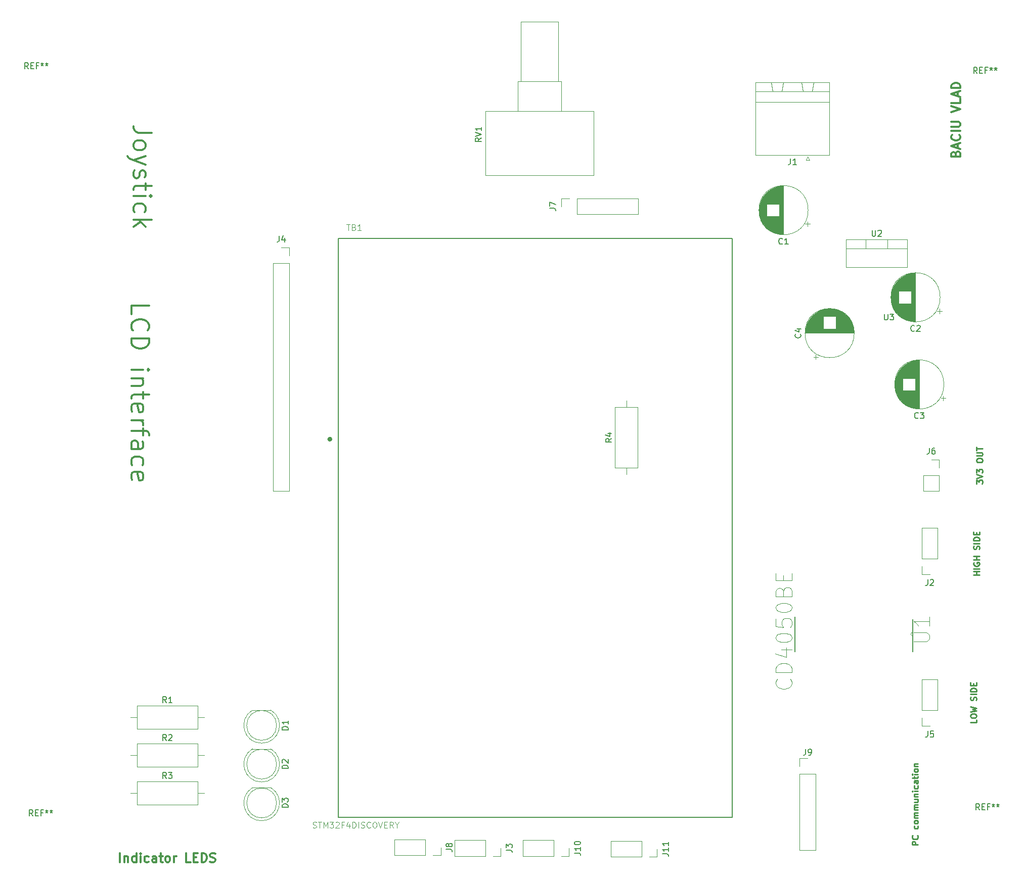
<source format=gto>
G04 #@! TF.GenerationSoftware,KiCad,Pcbnew,(5.0.2)-1*
G04 #@! TF.CreationDate,2019-06-03T19:17:29+03:00*
G04 #@! TF.ProjectId,STM32_board,53544d33-325f-4626-9f61-72642e6b6963,rev?*
G04 #@! TF.SameCoordinates,Original*
G04 #@! TF.FileFunction,Legend,Top*
G04 #@! TF.FilePolarity,Positive*
%FSLAX46Y46*%
G04 Gerber Fmt 4.6, Leading zero omitted, Abs format (unit mm)*
G04 Created by KiCad (PCBNEW (5.0.2)-1) date 6/3/2019 7:17:29 PM*
%MOMM*%
%LPD*%
G01*
G04 APERTURE LIST*
%ADD10C,0.375000*%
%ADD11C,0.300000*%
%ADD12C,0.250000*%
%ADD13C,0.120000*%
%ADD14C,0.127000*%
%ADD15C,0.400000*%
%ADD16C,0.152400*%
%ADD17C,0.100000*%
%ADD18C,0.150000*%
%ADD19C,0.050000*%
G04 APERTURE END LIST*
D10*
X42663857Y-40394857D02*
X40521000Y-40394857D01*
X40092428Y-40252000D01*
X39806714Y-39966285D01*
X39663857Y-39537714D01*
X39663857Y-39252000D01*
X39663857Y-42252000D02*
X39806714Y-41966285D01*
X39949571Y-41823428D01*
X40235285Y-41680571D01*
X41092428Y-41680571D01*
X41378142Y-41823428D01*
X41521000Y-41966285D01*
X41663857Y-42252000D01*
X41663857Y-42680571D01*
X41521000Y-42966285D01*
X41378142Y-43109142D01*
X41092428Y-43252000D01*
X40235285Y-43252000D01*
X39949571Y-43109142D01*
X39806714Y-42966285D01*
X39663857Y-42680571D01*
X39663857Y-42252000D01*
X41663857Y-44252000D02*
X39663857Y-44966285D01*
X41663857Y-45680571D02*
X39663857Y-44966285D01*
X38949571Y-44680571D01*
X38806714Y-44537714D01*
X38663857Y-44252000D01*
X39806714Y-46680571D02*
X39663857Y-46966285D01*
X39663857Y-47537714D01*
X39806714Y-47823428D01*
X40092428Y-47966285D01*
X40235285Y-47966285D01*
X40521000Y-47823428D01*
X40663857Y-47537714D01*
X40663857Y-47109142D01*
X40806714Y-46823428D01*
X41092428Y-46680571D01*
X41235285Y-46680571D01*
X41521000Y-46823428D01*
X41663857Y-47109142D01*
X41663857Y-47537714D01*
X41521000Y-47823428D01*
X41663857Y-48823428D02*
X41663857Y-49966285D01*
X42663857Y-49252000D02*
X40092428Y-49252000D01*
X39806714Y-49394857D01*
X39663857Y-49680571D01*
X39663857Y-49966285D01*
X39663857Y-50966285D02*
X41663857Y-50966285D01*
X42663857Y-50966285D02*
X42521000Y-50823428D01*
X42378142Y-50966285D01*
X42521000Y-51109142D01*
X42663857Y-50966285D01*
X42378142Y-50966285D01*
X39806714Y-53680571D02*
X39663857Y-53394857D01*
X39663857Y-52823428D01*
X39806714Y-52537714D01*
X39949571Y-52394857D01*
X40235285Y-52252000D01*
X41092428Y-52252000D01*
X41378142Y-52394857D01*
X41521000Y-52537714D01*
X41663857Y-52823428D01*
X41663857Y-53394857D01*
X41521000Y-53680571D01*
X39663857Y-54966285D02*
X42663857Y-54966285D01*
X40806714Y-55252000D02*
X39663857Y-56109142D01*
X41663857Y-56109142D02*
X40521000Y-54966285D01*
D11*
X177311857Y-43869857D02*
X177383285Y-43655571D01*
X177454714Y-43584142D01*
X177597571Y-43512714D01*
X177811857Y-43512714D01*
X177954714Y-43584142D01*
X178026142Y-43655571D01*
X178097571Y-43798428D01*
X178097571Y-44369857D01*
X176597571Y-44369857D01*
X176597571Y-43869857D01*
X176669000Y-43727000D01*
X176740428Y-43655571D01*
X176883285Y-43584142D01*
X177026142Y-43584142D01*
X177169000Y-43655571D01*
X177240428Y-43727000D01*
X177311857Y-43869857D01*
X177311857Y-44369857D01*
X177669000Y-42941285D02*
X177669000Y-42227000D01*
X178097571Y-43084142D02*
X176597571Y-42584142D01*
X178097571Y-42084142D01*
X177954714Y-40727000D02*
X178026142Y-40798428D01*
X178097571Y-41012714D01*
X178097571Y-41155571D01*
X178026142Y-41369857D01*
X177883285Y-41512714D01*
X177740428Y-41584142D01*
X177454714Y-41655571D01*
X177240428Y-41655571D01*
X176954714Y-41584142D01*
X176811857Y-41512714D01*
X176669000Y-41369857D01*
X176597571Y-41155571D01*
X176597571Y-41012714D01*
X176669000Y-40798428D01*
X176740428Y-40727000D01*
X178097571Y-40084142D02*
X176597571Y-40084142D01*
X176597571Y-39369857D02*
X177811857Y-39369857D01*
X177954714Y-39298428D01*
X178026142Y-39227000D01*
X178097571Y-39084142D01*
X178097571Y-38798428D01*
X178026142Y-38655571D01*
X177954714Y-38584142D01*
X177811857Y-38512714D01*
X176597571Y-38512714D01*
X176597571Y-36869857D02*
X178097571Y-36369857D01*
X176597571Y-35869857D01*
X178097571Y-34655571D02*
X178097571Y-35369857D01*
X176597571Y-35369857D01*
X177669000Y-34227000D02*
X177669000Y-33512714D01*
X178097571Y-34369857D02*
X176597571Y-33869857D01*
X178097571Y-33369857D01*
X178097571Y-32869857D02*
X176597571Y-32869857D01*
X176597571Y-32512714D01*
X176669000Y-32298428D01*
X176811857Y-32155571D01*
X176954714Y-32084142D01*
X177240428Y-32012714D01*
X177454714Y-32012714D01*
X177740428Y-32084142D01*
X177883285Y-32155571D01*
X178026142Y-32298428D01*
X178097571Y-32512714D01*
X178097571Y-32869857D01*
D12*
X171013380Y-159717523D02*
X170013380Y-159717523D01*
X170013380Y-159336571D01*
X170061000Y-159241333D01*
X170108619Y-159193714D01*
X170203857Y-159146095D01*
X170346714Y-159146095D01*
X170441952Y-159193714D01*
X170489571Y-159241333D01*
X170537190Y-159336571D01*
X170537190Y-159717523D01*
X170918142Y-158146095D02*
X170965761Y-158193714D01*
X171013380Y-158336571D01*
X171013380Y-158431809D01*
X170965761Y-158574666D01*
X170870523Y-158669904D01*
X170775285Y-158717523D01*
X170584809Y-158765142D01*
X170441952Y-158765142D01*
X170251476Y-158717523D01*
X170156238Y-158669904D01*
X170061000Y-158574666D01*
X170013380Y-158431809D01*
X170013380Y-158336571D01*
X170061000Y-158193714D01*
X170108619Y-158146095D01*
X170965761Y-156527047D02*
X171013380Y-156622285D01*
X171013380Y-156812761D01*
X170965761Y-156908000D01*
X170918142Y-156955619D01*
X170822904Y-157003238D01*
X170537190Y-157003238D01*
X170441952Y-156955619D01*
X170394333Y-156908000D01*
X170346714Y-156812761D01*
X170346714Y-156622285D01*
X170394333Y-156527047D01*
X171013380Y-155955619D02*
X170965761Y-156050857D01*
X170918142Y-156098476D01*
X170822904Y-156146095D01*
X170537190Y-156146095D01*
X170441952Y-156098476D01*
X170394333Y-156050857D01*
X170346714Y-155955619D01*
X170346714Y-155812761D01*
X170394333Y-155717523D01*
X170441952Y-155669904D01*
X170537190Y-155622285D01*
X170822904Y-155622285D01*
X170918142Y-155669904D01*
X170965761Y-155717523D01*
X171013380Y-155812761D01*
X171013380Y-155955619D01*
X171013380Y-155193714D02*
X170346714Y-155193714D01*
X170441952Y-155193714D02*
X170394333Y-155146095D01*
X170346714Y-155050857D01*
X170346714Y-154908000D01*
X170394333Y-154812761D01*
X170489571Y-154765142D01*
X171013380Y-154765142D01*
X170489571Y-154765142D02*
X170394333Y-154717523D01*
X170346714Y-154622285D01*
X170346714Y-154479428D01*
X170394333Y-154384190D01*
X170489571Y-154336571D01*
X171013380Y-154336571D01*
X171013380Y-153860380D02*
X170346714Y-153860380D01*
X170441952Y-153860380D02*
X170394333Y-153812761D01*
X170346714Y-153717523D01*
X170346714Y-153574666D01*
X170394333Y-153479428D01*
X170489571Y-153431809D01*
X171013380Y-153431809D01*
X170489571Y-153431809D02*
X170394333Y-153384190D01*
X170346714Y-153288952D01*
X170346714Y-153146095D01*
X170394333Y-153050857D01*
X170489571Y-153003238D01*
X171013380Y-153003238D01*
X170346714Y-152098476D02*
X171013380Y-152098476D01*
X170346714Y-152527047D02*
X170870523Y-152527047D01*
X170965761Y-152479428D01*
X171013380Y-152384190D01*
X171013380Y-152241333D01*
X170965761Y-152146095D01*
X170918142Y-152098476D01*
X170346714Y-151622285D02*
X171013380Y-151622285D01*
X170441952Y-151622285D02*
X170394333Y-151574666D01*
X170346714Y-151479428D01*
X170346714Y-151336571D01*
X170394333Y-151241333D01*
X170489571Y-151193714D01*
X171013380Y-151193714D01*
X171013380Y-150717523D02*
X170346714Y-150717523D01*
X170013380Y-150717523D02*
X170061000Y-150765142D01*
X170108619Y-150717523D01*
X170061000Y-150669904D01*
X170013380Y-150717523D01*
X170108619Y-150717523D01*
X170965761Y-149812761D02*
X171013380Y-149908000D01*
X171013380Y-150098476D01*
X170965761Y-150193714D01*
X170918142Y-150241333D01*
X170822904Y-150288952D01*
X170537190Y-150288952D01*
X170441952Y-150241333D01*
X170394333Y-150193714D01*
X170346714Y-150098476D01*
X170346714Y-149908000D01*
X170394333Y-149812761D01*
X171013380Y-148955619D02*
X170489571Y-148955619D01*
X170394333Y-149003238D01*
X170346714Y-149098476D01*
X170346714Y-149288952D01*
X170394333Y-149384190D01*
X170965761Y-148955619D02*
X171013380Y-149050857D01*
X171013380Y-149288952D01*
X170965761Y-149384190D01*
X170870523Y-149431809D01*
X170775285Y-149431809D01*
X170680047Y-149384190D01*
X170632428Y-149288952D01*
X170632428Y-149050857D01*
X170584809Y-148955619D01*
X170346714Y-148622285D02*
X170346714Y-148241333D01*
X170013380Y-148479428D02*
X170870523Y-148479428D01*
X170965761Y-148431809D01*
X171013380Y-148336571D01*
X171013380Y-148241333D01*
X171013380Y-147908000D02*
X170346714Y-147908000D01*
X170013380Y-147908000D02*
X170061000Y-147955619D01*
X170108619Y-147908000D01*
X170061000Y-147860380D01*
X170013380Y-147908000D01*
X170108619Y-147908000D01*
X171013380Y-147288952D02*
X170965761Y-147384190D01*
X170918142Y-147431809D01*
X170822904Y-147479428D01*
X170537190Y-147479428D01*
X170441952Y-147431809D01*
X170394333Y-147384190D01*
X170346714Y-147288952D01*
X170346714Y-147146095D01*
X170394333Y-147050857D01*
X170441952Y-147003238D01*
X170537190Y-146955619D01*
X170822904Y-146955619D01*
X170918142Y-147003238D01*
X170965761Y-147050857D01*
X171013380Y-147146095D01*
X171013380Y-147288952D01*
X170346714Y-146527047D02*
X171013380Y-146527047D01*
X170441952Y-146527047D02*
X170394333Y-146479428D01*
X170346714Y-146384190D01*
X170346714Y-146241333D01*
X170394333Y-146146095D01*
X170489571Y-146098476D01*
X171013380Y-146098476D01*
X180792380Y-138723333D02*
X180792380Y-139199523D01*
X179792380Y-139199523D01*
X179792380Y-138199523D02*
X179792380Y-138009047D01*
X179840000Y-137913809D01*
X179935238Y-137818571D01*
X180125714Y-137770952D01*
X180459047Y-137770952D01*
X180649523Y-137818571D01*
X180744761Y-137913809D01*
X180792380Y-138009047D01*
X180792380Y-138199523D01*
X180744761Y-138294761D01*
X180649523Y-138390000D01*
X180459047Y-138437619D01*
X180125714Y-138437619D01*
X179935238Y-138390000D01*
X179840000Y-138294761D01*
X179792380Y-138199523D01*
X179792380Y-137437619D02*
X180792380Y-137199523D01*
X180078095Y-137009047D01*
X180792380Y-136818571D01*
X179792380Y-136580476D01*
X180744761Y-135485238D02*
X180792380Y-135342380D01*
X180792380Y-135104285D01*
X180744761Y-135009047D01*
X180697142Y-134961428D01*
X180601904Y-134913809D01*
X180506666Y-134913809D01*
X180411428Y-134961428D01*
X180363809Y-135009047D01*
X180316190Y-135104285D01*
X180268571Y-135294761D01*
X180220952Y-135390000D01*
X180173333Y-135437619D01*
X180078095Y-135485238D01*
X179982857Y-135485238D01*
X179887619Y-135437619D01*
X179840000Y-135390000D01*
X179792380Y-135294761D01*
X179792380Y-135056666D01*
X179840000Y-134913809D01*
X180792380Y-134485238D02*
X179792380Y-134485238D01*
X180792380Y-134009047D02*
X179792380Y-134009047D01*
X179792380Y-133770952D01*
X179840000Y-133628095D01*
X179935238Y-133532857D01*
X180030476Y-133485238D01*
X180220952Y-133437619D01*
X180363809Y-133437619D01*
X180554285Y-133485238D01*
X180649523Y-133532857D01*
X180744761Y-133628095D01*
X180792380Y-133770952D01*
X180792380Y-134009047D01*
X180268571Y-133009047D02*
X180268571Y-132675714D01*
X180792380Y-132532857D02*
X180792380Y-133009047D01*
X179792380Y-133009047D01*
X179792380Y-132532857D01*
D11*
X37410428Y-162603571D02*
X37410428Y-161103571D01*
X38124714Y-161603571D02*
X38124714Y-162603571D01*
X38124714Y-161746428D02*
X38196142Y-161675000D01*
X38339000Y-161603571D01*
X38553285Y-161603571D01*
X38696142Y-161675000D01*
X38767571Y-161817857D01*
X38767571Y-162603571D01*
X40124714Y-162603571D02*
X40124714Y-161103571D01*
X40124714Y-162532142D02*
X39981857Y-162603571D01*
X39696142Y-162603571D01*
X39553285Y-162532142D01*
X39481857Y-162460714D01*
X39410428Y-162317857D01*
X39410428Y-161889285D01*
X39481857Y-161746428D01*
X39553285Y-161675000D01*
X39696142Y-161603571D01*
X39981857Y-161603571D01*
X40124714Y-161675000D01*
X40839000Y-162603571D02*
X40839000Y-161603571D01*
X40839000Y-161103571D02*
X40767571Y-161175000D01*
X40839000Y-161246428D01*
X40910428Y-161175000D01*
X40839000Y-161103571D01*
X40839000Y-161246428D01*
X42196142Y-162532142D02*
X42053285Y-162603571D01*
X41767571Y-162603571D01*
X41624714Y-162532142D01*
X41553285Y-162460714D01*
X41481857Y-162317857D01*
X41481857Y-161889285D01*
X41553285Y-161746428D01*
X41624714Y-161675000D01*
X41767571Y-161603571D01*
X42053285Y-161603571D01*
X42196142Y-161675000D01*
X43481857Y-162603571D02*
X43481857Y-161817857D01*
X43410428Y-161675000D01*
X43267571Y-161603571D01*
X42981857Y-161603571D01*
X42839000Y-161675000D01*
X43481857Y-162532142D02*
X43339000Y-162603571D01*
X42981857Y-162603571D01*
X42839000Y-162532142D01*
X42767571Y-162389285D01*
X42767571Y-162246428D01*
X42839000Y-162103571D01*
X42981857Y-162032142D01*
X43339000Y-162032142D01*
X43481857Y-161960714D01*
X43981857Y-161603571D02*
X44553285Y-161603571D01*
X44196142Y-161103571D02*
X44196142Y-162389285D01*
X44267571Y-162532142D01*
X44410428Y-162603571D01*
X44553285Y-162603571D01*
X45267571Y-162603571D02*
X45124714Y-162532142D01*
X45053285Y-162460714D01*
X44981857Y-162317857D01*
X44981857Y-161889285D01*
X45053285Y-161746428D01*
X45124714Y-161675000D01*
X45267571Y-161603571D01*
X45481857Y-161603571D01*
X45624714Y-161675000D01*
X45696142Y-161746428D01*
X45767571Y-161889285D01*
X45767571Y-162317857D01*
X45696142Y-162460714D01*
X45624714Y-162532142D01*
X45481857Y-162603571D01*
X45267571Y-162603571D01*
X46410428Y-162603571D02*
X46410428Y-161603571D01*
X46410428Y-161889285D02*
X46481857Y-161746428D01*
X46553285Y-161675000D01*
X46696142Y-161603571D01*
X46839000Y-161603571D01*
X49196142Y-162603571D02*
X48481857Y-162603571D01*
X48481857Y-161103571D01*
X49696142Y-161817857D02*
X50196142Y-161817857D01*
X50410428Y-162603571D02*
X49696142Y-162603571D01*
X49696142Y-161103571D01*
X50410428Y-161103571D01*
X51053285Y-162603571D02*
X51053285Y-161103571D01*
X51410428Y-161103571D01*
X51624714Y-161175000D01*
X51767571Y-161317857D01*
X51839000Y-161460714D01*
X51910428Y-161746428D01*
X51910428Y-161960714D01*
X51839000Y-162246428D01*
X51767571Y-162389285D01*
X51624714Y-162532142D01*
X51410428Y-162603571D01*
X51053285Y-162603571D01*
X52481857Y-162532142D02*
X52696142Y-162603571D01*
X53053285Y-162603571D01*
X53196142Y-162532142D01*
X53267571Y-162460714D01*
X53339000Y-162317857D01*
X53339000Y-162175000D01*
X53267571Y-162032142D01*
X53196142Y-161960714D01*
X53053285Y-161889285D01*
X52767571Y-161817857D01*
X52624714Y-161746428D01*
X52553285Y-161675000D01*
X52481857Y-161532142D01*
X52481857Y-161389285D01*
X52553285Y-161246428D01*
X52624714Y-161175000D01*
X52767571Y-161103571D01*
X53124714Y-161103571D01*
X53339000Y-161175000D01*
D12*
X181300380Y-114466190D02*
X180300380Y-114466190D01*
X180776571Y-114466190D02*
X180776571Y-113894761D01*
X181300380Y-113894761D02*
X180300380Y-113894761D01*
X181300380Y-113418571D02*
X180300380Y-113418571D01*
X180348000Y-112418571D02*
X180300380Y-112513809D01*
X180300380Y-112656666D01*
X180348000Y-112799523D01*
X180443238Y-112894761D01*
X180538476Y-112942380D01*
X180728952Y-112990000D01*
X180871809Y-112990000D01*
X181062285Y-112942380D01*
X181157523Y-112894761D01*
X181252761Y-112799523D01*
X181300380Y-112656666D01*
X181300380Y-112561428D01*
X181252761Y-112418571D01*
X181205142Y-112370952D01*
X180871809Y-112370952D01*
X180871809Y-112561428D01*
X181300380Y-111942380D02*
X180300380Y-111942380D01*
X180776571Y-111942380D02*
X180776571Y-111370952D01*
X181300380Y-111370952D02*
X180300380Y-111370952D01*
X181252761Y-110180476D02*
X181300380Y-110037619D01*
X181300380Y-109799523D01*
X181252761Y-109704285D01*
X181205142Y-109656666D01*
X181109904Y-109609047D01*
X181014666Y-109609047D01*
X180919428Y-109656666D01*
X180871809Y-109704285D01*
X180824190Y-109799523D01*
X180776571Y-109990000D01*
X180728952Y-110085238D01*
X180681333Y-110132857D01*
X180586095Y-110180476D01*
X180490857Y-110180476D01*
X180395619Y-110132857D01*
X180348000Y-110085238D01*
X180300380Y-109990000D01*
X180300380Y-109751904D01*
X180348000Y-109609047D01*
X181300380Y-109180476D02*
X180300380Y-109180476D01*
X181300380Y-108704285D02*
X180300380Y-108704285D01*
X180300380Y-108466190D01*
X180348000Y-108323333D01*
X180443238Y-108228095D01*
X180538476Y-108180476D01*
X180728952Y-108132857D01*
X180871809Y-108132857D01*
X181062285Y-108180476D01*
X181157523Y-108228095D01*
X181252761Y-108323333D01*
X181300380Y-108466190D01*
X181300380Y-108704285D01*
X180776571Y-107704285D02*
X180776571Y-107370952D01*
X181300380Y-107228095D02*
X181300380Y-107704285D01*
X180300380Y-107704285D01*
X180300380Y-107228095D01*
X180808380Y-99186619D02*
X180808380Y-98567571D01*
X181189333Y-98900904D01*
X181189333Y-98758047D01*
X181236952Y-98662809D01*
X181284571Y-98615190D01*
X181379809Y-98567571D01*
X181617904Y-98567571D01*
X181713142Y-98615190D01*
X181760761Y-98662809D01*
X181808380Y-98758047D01*
X181808380Y-99043761D01*
X181760761Y-99139000D01*
X181713142Y-99186619D01*
X180808380Y-98281857D02*
X181808380Y-97948523D01*
X180808380Y-97615190D01*
X180808380Y-97377095D02*
X180808380Y-96758047D01*
X181189333Y-97091380D01*
X181189333Y-96948523D01*
X181236952Y-96853285D01*
X181284571Y-96805666D01*
X181379809Y-96758047D01*
X181617904Y-96758047D01*
X181713142Y-96805666D01*
X181760761Y-96853285D01*
X181808380Y-96948523D01*
X181808380Y-97234238D01*
X181760761Y-97329476D01*
X181713142Y-97377095D01*
X180808380Y-95377095D02*
X180808380Y-95186619D01*
X180856000Y-95091380D01*
X180951238Y-94996142D01*
X181141714Y-94948523D01*
X181475047Y-94948523D01*
X181665523Y-94996142D01*
X181760761Y-95091380D01*
X181808380Y-95186619D01*
X181808380Y-95377095D01*
X181760761Y-95472333D01*
X181665523Y-95567571D01*
X181475047Y-95615190D01*
X181141714Y-95615190D01*
X180951238Y-95567571D01*
X180856000Y-95472333D01*
X180808380Y-95377095D01*
X180808380Y-94519952D02*
X181617904Y-94519952D01*
X181713142Y-94472333D01*
X181760761Y-94424714D01*
X181808380Y-94329476D01*
X181808380Y-94139000D01*
X181760761Y-94043761D01*
X181713142Y-93996142D01*
X181617904Y-93948523D01*
X180808380Y-93948523D01*
X180808380Y-93615190D02*
X180808380Y-93043761D01*
X181808380Y-93329476D02*
X180808380Y-93329476D01*
D10*
X39282857Y-70804142D02*
X39282857Y-69375571D01*
X42282857Y-69375571D01*
X39568571Y-73518428D02*
X39425714Y-73375571D01*
X39282857Y-72947000D01*
X39282857Y-72661285D01*
X39425714Y-72232714D01*
X39711428Y-71947000D01*
X39997142Y-71804142D01*
X40568571Y-71661285D01*
X40997142Y-71661285D01*
X41568571Y-71804142D01*
X41854285Y-71947000D01*
X42140000Y-72232714D01*
X42282857Y-72661285D01*
X42282857Y-72947000D01*
X42140000Y-73375571D01*
X41997142Y-73518428D01*
X39282857Y-74804142D02*
X42282857Y-74804142D01*
X42282857Y-75518428D01*
X42140000Y-75947000D01*
X41854285Y-76232714D01*
X41568571Y-76375571D01*
X40997142Y-76518428D01*
X40568571Y-76518428D01*
X39997142Y-76375571D01*
X39711428Y-76232714D01*
X39425714Y-75947000D01*
X39282857Y-75518428D01*
X39282857Y-74804142D01*
X39282857Y-80089857D02*
X41282857Y-80089857D01*
X42282857Y-80089857D02*
X42140000Y-79947000D01*
X41997142Y-80089857D01*
X42140000Y-80232714D01*
X42282857Y-80089857D01*
X41997142Y-80089857D01*
X41282857Y-81518428D02*
X39282857Y-81518428D01*
X40997142Y-81518428D02*
X41140000Y-81661285D01*
X41282857Y-81947000D01*
X41282857Y-82375571D01*
X41140000Y-82661285D01*
X40854285Y-82804142D01*
X39282857Y-82804142D01*
X41282857Y-83804142D02*
X41282857Y-84947000D01*
X42282857Y-84232714D02*
X39711428Y-84232714D01*
X39425714Y-84375571D01*
X39282857Y-84661285D01*
X39282857Y-84947000D01*
X39425714Y-87089857D02*
X39282857Y-86804142D01*
X39282857Y-86232714D01*
X39425714Y-85947000D01*
X39711428Y-85804142D01*
X40854285Y-85804142D01*
X41140000Y-85947000D01*
X41282857Y-86232714D01*
X41282857Y-86804142D01*
X41140000Y-87089857D01*
X40854285Y-87232714D01*
X40568571Y-87232714D01*
X40282857Y-85804142D01*
X39282857Y-88518428D02*
X41282857Y-88518428D01*
X40711428Y-88518428D02*
X40997142Y-88661285D01*
X41140000Y-88804142D01*
X41282857Y-89089857D01*
X41282857Y-89375571D01*
X41282857Y-89947000D02*
X41282857Y-91089857D01*
X39282857Y-90375571D02*
X41854285Y-90375571D01*
X42140000Y-90518428D01*
X42282857Y-90804142D01*
X42282857Y-91089857D01*
X39282857Y-93375571D02*
X40854285Y-93375571D01*
X41140000Y-93232714D01*
X41282857Y-92947000D01*
X41282857Y-92375571D01*
X41140000Y-92089857D01*
X39425714Y-93375571D02*
X39282857Y-93089857D01*
X39282857Y-92375571D01*
X39425714Y-92089857D01*
X39711428Y-91947000D01*
X39997142Y-91947000D01*
X40282857Y-92089857D01*
X40425714Y-92375571D01*
X40425714Y-93089857D01*
X40568571Y-93375571D01*
X39425714Y-96089857D02*
X39282857Y-95804142D01*
X39282857Y-95232714D01*
X39425714Y-94947000D01*
X39568571Y-94804142D01*
X39854285Y-94661285D01*
X40711428Y-94661285D01*
X40997142Y-94804142D01*
X41140000Y-94947000D01*
X41282857Y-95232714D01*
X41282857Y-95804142D01*
X41140000Y-96089857D01*
X39425714Y-98518428D02*
X39282857Y-98232714D01*
X39282857Y-97661285D01*
X39425714Y-97375571D01*
X39711428Y-97232714D01*
X40854285Y-97232714D01*
X41140000Y-97375571D01*
X41282857Y-97661285D01*
X41282857Y-98232714D01*
X41140000Y-98518428D01*
X40854285Y-98661285D01*
X40568571Y-98661285D01*
X40282857Y-97232714D01*
D13*
G04 #@! TO.C,J11*
X124714000Y-159071000D02*
X124714000Y-161731000D01*
X124714000Y-159071000D02*
X119574000Y-159071000D01*
X119574000Y-159071000D02*
X119574000Y-161731000D01*
X124714000Y-161731000D02*
X119574000Y-161731000D01*
X127314000Y-161731000D02*
X125984000Y-161731000D01*
X127314000Y-160401000D02*
X127314000Y-161731000D01*
G04 #@! TO.C,J6*
X171898000Y-97790000D02*
X174558000Y-97790000D01*
X171898000Y-97790000D02*
X171898000Y-100390000D01*
X171898000Y-100390000D02*
X174558000Y-100390000D01*
X174558000Y-97790000D02*
X174558000Y-100390000D01*
X174558000Y-95190000D02*
X174558000Y-96520000D01*
X173228000Y-95190000D02*
X174558000Y-95190000D01*
G04 #@! TO.C,J8*
X88519000Y-158817000D02*
X88519000Y-161477000D01*
X88519000Y-158817000D02*
X83379000Y-158817000D01*
X83379000Y-158817000D02*
X83379000Y-161477000D01*
X88519000Y-161477000D02*
X83379000Y-161477000D01*
X91119000Y-161477000D02*
X89789000Y-161477000D01*
X91119000Y-160147000D02*
X91119000Y-161477000D01*
G04 #@! TO.C,C2*
X174598698Y-70660000D02*
X174598698Y-69860000D01*
X174998698Y-70260000D02*
X174198698Y-70260000D01*
X166508000Y-68478000D02*
X166508000Y-67412000D01*
X166548000Y-68713000D02*
X166548000Y-67177000D01*
X166588000Y-68893000D02*
X166588000Y-66997000D01*
X166628000Y-69043000D02*
X166628000Y-66847000D01*
X166668000Y-69174000D02*
X166668000Y-66716000D01*
X166708000Y-69291000D02*
X166708000Y-66599000D01*
X166748000Y-69398000D02*
X166748000Y-66492000D01*
X166788000Y-69497000D02*
X166788000Y-66393000D01*
X166828000Y-69590000D02*
X166828000Y-66300000D01*
X166868000Y-69676000D02*
X166868000Y-66214000D01*
X166908000Y-69758000D02*
X166908000Y-66132000D01*
X166948000Y-69835000D02*
X166948000Y-66055000D01*
X166988000Y-69909000D02*
X166988000Y-65981000D01*
X167028000Y-69979000D02*
X167028000Y-65911000D01*
X167068000Y-70047000D02*
X167068000Y-65843000D01*
X167108000Y-70111000D02*
X167108000Y-65779000D01*
X167148000Y-70173000D02*
X167148000Y-65717000D01*
X167188000Y-70232000D02*
X167188000Y-65658000D01*
X167228000Y-70290000D02*
X167228000Y-65600000D01*
X167268000Y-70345000D02*
X167268000Y-65545000D01*
X167308000Y-70399000D02*
X167308000Y-65491000D01*
X167348000Y-70450000D02*
X167348000Y-65440000D01*
X167388000Y-70501000D02*
X167388000Y-65389000D01*
X167428000Y-70549000D02*
X167428000Y-65341000D01*
X167468000Y-70596000D02*
X167468000Y-65294000D01*
X167508000Y-70642000D02*
X167508000Y-65248000D01*
X167548000Y-70686000D02*
X167548000Y-65204000D01*
X167588000Y-70729000D02*
X167588000Y-65161000D01*
X167628000Y-70771000D02*
X167628000Y-65119000D01*
X167668000Y-70812000D02*
X167668000Y-65078000D01*
X167708000Y-70852000D02*
X167708000Y-65038000D01*
X167748000Y-70890000D02*
X167748000Y-65000000D01*
X167788000Y-70928000D02*
X167788000Y-64962000D01*
X167828000Y-66905000D02*
X167828000Y-64926000D01*
X167828000Y-70964000D02*
X167828000Y-68985000D01*
X167868000Y-66905000D02*
X167868000Y-64890000D01*
X167868000Y-71000000D02*
X167868000Y-68985000D01*
X167908000Y-66905000D02*
X167908000Y-64855000D01*
X167908000Y-71035000D02*
X167908000Y-68985000D01*
X167948000Y-66905000D02*
X167948000Y-64821000D01*
X167948000Y-71069000D02*
X167948000Y-68985000D01*
X167988000Y-66905000D02*
X167988000Y-64789000D01*
X167988000Y-71101000D02*
X167988000Y-68985000D01*
X168028000Y-66905000D02*
X168028000Y-64756000D01*
X168028000Y-71134000D02*
X168028000Y-68985000D01*
X168068000Y-66905000D02*
X168068000Y-64725000D01*
X168068000Y-71165000D02*
X168068000Y-68985000D01*
X168108000Y-66905000D02*
X168108000Y-64695000D01*
X168108000Y-71195000D02*
X168108000Y-68985000D01*
X168148000Y-66905000D02*
X168148000Y-64665000D01*
X168148000Y-71225000D02*
X168148000Y-68985000D01*
X168188000Y-66905000D02*
X168188000Y-64636000D01*
X168188000Y-71254000D02*
X168188000Y-68985000D01*
X168228000Y-66905000D02*
X168228000Y-64607000D01*
X168228000Y-71283000D02*
X168228000Y-68985000D01*
X168268000Y-66905000D02*
X168268000Y-64580000D01*
X168268000Y-71310000D02*
X168268000Y-68985000D01*
X168308000Y-66905000D02*
X168308000Y-64553000D01*
X168308000Y-71337000D02*
X168308000Y-68985000D01*
X168348000Y-66905000D02*
X168348000Y-64527000D01*
X168348000Y-71363000D02*
X168348000Y-68985000D01*
X168388000Y-66905000D02*
X168388000Y-64501000D01*
X168388000Y-71389000D02*
X168388000Y-68985000D01*
X168428000Y-66905000D02*
X168428000Y-64476000D01*
X168428000Y-71414000D02*
X168428000Y-68985000D01*
X168468000Y-66905000D02*
X168468000Y-64452000D01*
X168468000Y-71438000D02*
X168468000Y-68985000D01*
X168508000Y-66905000D02*
X168508000Y-64428000D01*
X168508000Y-71462000D02*
X168508000Y-68985000D01*
X168548000Y-66905000D02*
X168548000Y-64405000D01*
X168548000Y-71485000D02*
X168548000Y-68985000D01*
X168588000Y-66905000D02*
X168588000Y-64383000D01*
X168588000Y-71507000D02*
X168588000Y-68985000D01*
X168628000Y-66905000D02*
X168628000Y-64361000D01*
X168628000Y-71529000D02*
X168628000Y-68985000D01*
X168668000Y-66905000D02*
X168668000Y-64339000D01*
X168668000Y-71551000D02*
X168668000Y-68985000D01*
X168708000Y-66905000D02*
X168708000Y-64318000D01*
X168708000Y-71572000D02*
X168708000Y-68985000D01*
X168748000Y-66905000D02*
X168748000Y-64298000D01*
X168748000Y-71592000D02*
X168748000Y-68985000D01*
X168788000Y-66905000D02*
X168788000Y-64279000D01*
X168788000Y-71611000D02*
X168788000Y-68985000D01*
X168828000Y-66905000D02*
X168828000Y-64259000D01*
X168828000Y-71631000D02*
X168828000Y-68985000D01*
X168868000Y-66905000D02*
X168868000Y-64241000D01*
X168868000Y-71649000D02*
X168868000Y-68985000D01*
X168908000Y-66905000D02*
X168908000Y-64223000D01*
X168908000Y-71667000D02*
X168908000Y-68985000D01*
X168948000Y-66905000D02*
X168948000Y-64205000D01*
X168948000Y-71685000D02*
X168948000Y-68985000D01*
X168988000Y-66905000D02*
X168988000Y-64188000D01*
X168988000Y-71702000D02*
X168988000Y-68985000D01*
X169028000Y-66905000D02*
X169028000Y-64171000D01*
X169028000Y-71719000D02*
X169028000Y-68985000D01*
X169068000Y-66905000D02*
X169068000Y-64155000D01*
X169068000Y-71735000D02*
X169068000Y-68985000D01*
X169108000Y-66905000D02*
X169108000Y-64140000D01*
X169108000Y-71750000D02*
X169108000Y-68985000D01*
X169148000Y-66905000D02*
X169148000Y-64124000D01*
X169148000Y-71766000D02*
X169148000Y-68985000D01*
X169188000Y-66905000D02*
X169188000Y-64110000D01*
X169188000Y-71780000D02*
X169188000Y-68985000D01*
X169228000Y-66905000D02*
X169228000Y-64095000D01*
X169228000Y-71795000D02*
X169228000Y-68985000D01*
X169268000Y-66905000D02*
X169268000Y-64082000D01*
X169268000Y-71808000D02*
X169268000Y-68985000D01*
X169308000Y-66905000D02*
X169308000Y-64068000D01*
X169308000Y-71822000D02*
X169308000Y-68985000D01*
X169348000Y-66905000D02*
X169348000Y-64056000D01*
X169348000Y-71834000D02*
X169348000Y-68985000D01*
X169388000Y-66905000D02*
X169388000Y-64043000D01*
X169388000Y-71847000D02*
X169388000Y-68985000D01*
X169428000Y-66905000D02*
X169428000Y-64031000D01*
X169428000Y-71859000D02*
X169428000Y-68985000D01*
X169468000Y-66905000D02*
X169468000Y-64020000D01*
X169468000Y-71870000D02*
X169468000Y-68985000D01*
X169508000Y-66905000D02*
X169508000Y-64009000D01*
X169508000Y-71881000D02*
X169508000Y-68985000D01*
X169548000Y-66905000D02*
X169548000Y-63998000D01*
X169548000Y-71892000D02*
X169548000Y-68985000D01*
X169588000Y-66905000D02*
X169588000Y-63988000D01*
X169588000Y-71902000D02*
X169588000Y-68985000D01*
X169628000Y-66905000D02*
X169628000Y-63978000D01*
X169628000Y-71912000D02*
X169628000Y-68985000D01*
X169668000Y-66905000D02*
X169668000Y-63969000D01*
X169668000Y-71921000D02*
X169668000Y-68985000D01*
X169708000Y-66905000D02*
X169708000Y-63960000D01*
X169708000Y-71930000D02*
X169708000Y-68985000D01*
X169748000Y-66905000D02*
X169748000Y-63951000D01*
X169748000Y-71939000D02*
X169748000Y-68985000D01*
X169788000Y-66905000D02*
X169788000Y-63943000D01*
X169788000Y-71947000D02*
X169788000Y-68985000D01*
X169828000Y-66905000D02*
X169828000Y-63935000D01*
X169828000Y-71955000D02*
X169828000Y-68985000D01*
X169868000Y-66905000D02*
X169868000Y-63928000D01*
X169868000Y-71962000D02*
X169868000Y-68985000D01*
X169909000Y-71969000D02*
X169909000Y-63921000D01*
X169949000Y-71975000D02*
X169949000Y-63915000D01*
X169989000Y-71982000D02*
X169989000Y-63908000D01*
X170029000Y-71987000D02*
X170029000Y-63903000D01*
X170069000Y-71993000D02*
X170069000Y-63897000D01*
X170109000Y-71997000D02*
X170109000Y-63893000D01*
X170149000Y-72002000D02*
X170149000Y-63888000D01*
X170189000Y-72006000D02*
X170189000Y-63884000D01*
X170229000Y-72010000D02*
X170229000Y-63880000D01*
X170269000Y-72013000D02*
X170269000Y-63877000D01*
X170309000Y-72016000D02*
X170309000Y-63874000D01*
X170349000Y-72019000D02*
X170349000Y-63871000D01*
X170389000Y-72021000D02*
X170389000Y-63869000D01*
X170429000Y-72022000D02*
X170429000Y-63868000D01*
X170469000Y-72024000D02*
X170469000Y-63866000D01*
X170509000Y-72025000D02*
X170509000Y-63865000D01*
X170549000Y-72025000D02*
X170549000Y-63865000D01*
X170589000Y-72025000D02*
X170589000Y-63865000D01*
X174709000Y-67945000D02*
G75*
G03X174709000Y-67945000I-4120000J0D01*
G01*
G04 #@! TO.C,C3*
X175344000Y-82550000D02*
G75*
G03X175344000Y-82550000I-4120000J0D01*
G01*
X171224000Y-86630000D02*
X171224000Y-78470000D01*
X171184000Y-86630000D02*
X171184000Y-78470000D01*
X171144000Y-86630000D02*
X171144000Y-78470000D01*
X171104000Y-86629000D02*
X171104000Y-78471000D01*
X171064000Y-86627000D02*
X171064000Y-78473000D01*
X171024000Y-86626000D02*
X171024000Y-78474000D01*
X170984000Y-86624000D02*
X170984000Y-78476000D01*
X170944000Y-86621000D02*
X170944000Y-78479000D01*
X170904000Y-86618000D02*
X170904000Y-78482000D01*
X170864000Y-86615000D02*
X170864000Y-78485000D01*
X170824000Y-86611000D02*
X170824000Y-78489000D01*
X170784000Y-86607000D02*
X170784000Y-78493000D01*
X170744000Y-86602000D02*
X170744000Y-78498000D01*
X170704000Y-86598000D02*
X170704000Y-78502000D01*
X170664000Y-86592000D02*
X170664000Y-78508000D01*
X170624000Y-86587000D02*
X170624000Y-78513000D01*
X170584000Y-86580000D02*
X170584000Y-78520000D01*
X170544000Y-86574000D02*
X170544000Y-78526000D01*
X170503000Y-86567000D02*
X170503000Y-83590000D01*
X170503000Y-81510000D02*
X170503000Y-78533000D01*
X170463000Y-86560000D02*
X170463000Y-83590000D01*
X170463000Y-81510000D02*
X170463000Y-78540000D01*
X170423000Y-86552000D02*
X170423000Y-83590000D01*
X170423000Y-81510000D02*
X170423000Y-78548000D01*
X170383000Y-86544000D02*
X170383000Y-83590000D01*
X170383000Y-81510000D02*
X170383000Y-78556000D01*
X170343000Y-86535000D02*
X170343000Y-83590000D01*
X170343000Y-81510000D02*
X170343000Y-78565000D01*
X170303000Y-86526000D02*
X170303000Y-83590000D01*
X170303000Y-81510000D02*
X170303000Y-78574000D01*
X170263000Y-86517000D02*
X170263000Y-83590000D01*
X170263000Y-81510000D02*
X170263000Y-78583000D01*
X170223000Y-86507000D02*
X170223000Y-83590000D01*
X170223000Y-81510000D02*
X170223000Y-78593000D01*
X170183000Y-86497000D02*
X170183000Y-83590000D01*
X170183000Y-81510000D02*
X170183000Y-78603000D01*
X170143000Y-86486000D02*
X170143000Y-83590000D01*
X170143000Y-81510000D02*
X170143000Y-78614000D01*
X170103000Y-86475000D02*
X170103000Y-83590000D01*
X170103000Y-81510000D02*
X170103000Y-78625000D01*
X170063000Y-86464000D02*
X170063000Y-83590000D01*
X170063000Y-81510000D02*
X170063000Y-78636000D01*
X170023000Y-86452000D02*
X170023000Y-83590000D01*
X170023000Y-81510000D02*
X170023000Y-78648000D01*
X169983000Y-86439000D02*
X169983000Y-83590000D01*
X169983000Y-81510000D02*
X169983000Y-78661000D01*
X169943000Y-86427000D02*
X169943000Y-83590000D01*
X169943000Y-81510000D02*
X169943000Y-78673000D01*
X169903000Y-86413000D02*
X169903000Y-83590000D01*
X169903000Y-81510000D02*
X169903000Y-78687000D01*
X169863000Y-86400000D02*
X169863000Y-83590000D01*
X169863000Y-81510000D02*
X169863000Y-78700000D01*
X169823000Y-86385000D02*
X169823000Y-83590000D01*
X169823000Y-81510000D02*
X169823000Y-78715000D01*
X169783000Y-86371000D02*
X169783000Y-83590000D01*
X169783000Y-81510000D02*
X169783000Y-78729000D01*
X169743000Y-86355000D02*
X169743000Y-83590000D01*
X169743000Y-81510000D02*
X169743000Y-78745000D01*
X169703000Y-86340000D02*
X169703000Y-83590000D01*
X169703000Y-81510000D02*
X169703000Y-78760000D01*
X169663000Y-86324000D02*
X169663000Y-83590000D01*
X169663000Y-81510000D02*
X169663000Y-78776000D01*
X169623000Y-86307000D02*
X169623000Y-83590000D01*
X169623000Y-81510000D02*
X169623000Y-78793000D01*
X169583000Y-86290000D02*
X169583000Y-83590000D01*
X169583000Y-81510000D02*
X169583000Y-78810000D01*
X169543000Y-86272000D02*
X169543000Y-83590000D01*
X169543000Y-81510000D02*
X169543000Y-78828000D01*
X169503000Y-86254000D02*
X169503000Y-83590000D01*
X169503000Y-81510000D02*
X169503000Y-78846000D01*
X169463000Y-86236000D02*
X169463000Y-83590000D01*
X169463000Y-81510000D02*
X169463000Y-78864000D01*
X169423000Y-86216000D02*
X169423000Y-83590000D01*
X169423000Y-81510000D02*
X169423000Y-78884000D01*
X169383000Y-86197000D02*
X169383000Y-83590000D01*
X169383000Y-81510000D02*
X169383000Y-78903000D01*
X169343000Y-86177000D02*
X169343000Y-83590000D01*
X169343000Y-81510000D02*
X169343000Y-78923000D01*
X169303000Y-86156000D02*
X169303000Y-83590000D01*
X169303000Y-81510000D02*
X169303000Y-78944000D01*
X169263000Y-86134000D02*
X169263000Y-83590000D01*
X169263000Y-81510000D02*
X169263000Y-78966000D01*
X169223000Y-86112000D02*
X169223000Y-83590000D01*
X169223000Y-81510000D02*
X169223000Y-78988000D01*
X169183000Y-86090000D02*
X169183000Y-83590000D01*
X169183000Y-81510000D02*
X169183000Y-79010000D01*
X169143000Y-86067000D02*
X169143000Y-83590000D01*
X169143000Y-81510000D02*
X169143000Y-79033000D01*
X169103000Y-86043000D02*
X169103000Y-83590000D01*
X169103000Y-81510000D02*
X169103000Y-79057000D01*
X169063000Y-86019000D02*
X169063000Y-83590000D01*
X169063000Y-81510000D02*
X169063000Y-79081000D01*
X169023000Y-85994000D02*
X169023000Y-83590000D01*
X169023000Y-81510000D02*
X169023000Y-79106000D01*
X168983000Y-85968000D02*
X168983000Y-83590000D01*
X168983000Y-81510000D02*
X168983000Y-79132000D01*
X168943000Y-85942000D02*
X168943000Y-83590000D01*
X168943000Y-81510000D02*
X168943000Y-79158000D01*
X168903000Y-85915000D02*
X168903000Y-83590000D01*
X168903000Y-81510000D02*
X168903000Y-79185000D01*
X168863000Y-85888000D02*
X168863000Y-83590000D01*
X168863000Y-81510000D02*
X168863000Y-79212000D01*
X168823000Y-85859000D02*
X168823000Y-83590000D01*
X168823000Y-81510000D02*
X168823000Y-79241000D01*
X168783000Y-85830000D02*
X168783000Y-83590000D01*
X168783000Y-81510000D02*
X168783000Y-79270000D01*
X168743000Y-85800000D02*
X168743000Y-83590000D01*
X168743000Y-81510000D02*
X168743000Y-79300000D01*
X168703000Y-85770000D02*
X168703000Y-83590000D01*
X168703000Y-81510000D02*
X168703000Y-79330000D01*
X168663000Y-85739000D02*
X168663000Y-83590000D01*
X168663000Y-81510000D02*
X168663000Y-79361000D01*
X168623000Y-85706000D02*
X168623000Y-83590000D01*
X168623000Y-81510000D02*
X168623000Y-79394000D01*
X168583000Y-85674000D02*
X168583000Y-83590000D01*
X168583000Y-81510000D02*
X168583000Y-79426000D01*
X168543000Y-85640000D02*
X168543000Y-83590000D01*
X168543000Y-81510000D02*
X168543000Y-79460000D01*
X168503000Y-85605000D02*
X168503000Y-83590000D01*
X168503000Y-81510000D02*
X168503000Y-79495000D01*
X168463000Y-85569000D02*
X168463000Y-83590000D01*
X168463000Y-81510000D02*
X168463000Y-79531000D01*
X168423000Y-85533000D02*
X168423000Y-79567000D01*
X168383000Y-85495000D02*
X168383000Y-79605000D01*
X168343000Y-85457000D02*
X168343000Y-79643000D01*
X168303000Y-85417000D02*
X168303000Y-79683000D01*
X168263000Y-85376000D02*
X168263000Y-79724000D01*
X168223000Y-85334000D02*
X168223000Y-79766000D01*
X168183000Y-85291000D02*
X168183000Y-79809000D01*
X168143000Y-85247000D02*
X168143000Y-79853000D01*
X168103000Y-85201000D02*
X168103000Y-79899000D01*
X168063000Y-85154000D02*
X168063000Y-79946000D01*
X168023000Y-85106000D02*
X168023000Y-79994000D01*
X167983000Y-85055000D02*
X167983000Y-80045000D01*
X167943000Y-85004000D02*
X167943000Y-80096000D01*
X167903000Y-84950000D02*
X167903000Y-80150000D01*
X167863000Y-84895000D02*
X167863000Y-80205000D01*
X167823000Y-84837000D02*
X167823000Y-80263000D01*
X167783000Y-84778000D02*
X167783000Y-80322000D01*
X167743000Y-84716000D02*
X167743000Y-80384000D01*
X167703000Y-84652000D02*
X167703000Y-80448000D01*
X167663000Y-84584000D02*
X167663000Y-80516000D01*
X167623000Y-84514000D02*
X167623000Y-80586000D01*
X167583000Y-84440000D02*
X167583000Y-80660000D01*
X167543000Y-84363000D02*
X167543000Y-80737000D01*
X167503000Y-84281000D02*
X167503000Y-80819000D01*
X167463000Y-84195000D02*
X167463000Y-80905000D01*
X167423000Y-84102000D02*
X167423000Y-80998000D01*
X167383000Y-84003000D02*
X167383000Y-81097000D01*
X167343000Y-83896000D02*
X167343000Y-81204000D01*
X167303000Y-83779000D02*
X167303000Y-81321000D01*
X167263000Y-83648000D02*
X167263000Y-81452000D01*
X167223000Y-83498000D02*
X167223000Y-81602000D01*
X167183000Y-83318000D02*
X167183000Y-81782000D01*
X167143000Y-83083000D02*
X167143000Y-82017000D01*
X175633698Y-84865000D02*
X174833698Y-84865000D01*
X175233698Y-85265000D02*
X175233698Y-84465000D01*
G04 #@! TO.C,C4*
X153495000Y-77951698D02*
X154295000Y-77951698D01*
X153895000Y-78351698D02*
X153895000Y-77551698D01*
X155677000Y-69861000D02*
X156743000Y-69861000D01*
X155442000Y-69901000D02*
X156978000Y-69901000D01*
X155262000Y-69941000D02*
X157158000Y-69941000D01*
X155112000Y-69981000D02*
X157308000Y-69981000D01*
X154981000Y-70021000D02*
X157439000Y-70021000D01*
X154864000Y-70061000D02*
X157556000Y-70061000D01*
X154757000Y-70101000D02*
X157663000Y-70101000D01*
X154658000Y-70141000D02*
X157762000Y-70141000D01*
X154565000Y-70181000D02*
X157855000Y-70181000D01*
X154479000Y-70221000D02*
X157941000Y-70221000D01*
X154397000Y-70261000D02*
X158023000Y-70261000D01*
X154320000Y-70301000D02*
X158100000Y-70301000D01*
X154246000Y-70341000D02*
X158174000Y-70341000D01*
X154176000Y-70381000D02*
X158244000Y-70381000D01*
X154108000Y-70421000D02*
X158312000Y-70421000D01*
X154044000Y-70461000D02*
X158376000Y-70461000D01*
X153982000Y-70501000D02*
X158438000Y-70501000D01*
X153923000Y-70541000D02*
X158497000Y-70541000D01*
X153865000Y-70581000D02*
X158555000Y-70581000D01*
X153810000Y-70621000D02*
X158610000Y-70621000D01*
X153756000Y-70661000D02*
X158664000Y-70661000D01*
X153705000Y-70701000D02*
X158715000Y-70701000D01*
X153654000Y-70741000D02*
X158766000Y-70741000D01*
X153606000Y-70781000D02*
X158814000Y-70781000D01*
X153559000Y-70821000D02*
X158861000Y-70821000D01*
X153513000Y-70861000D02*
X158907000Y-70861000D01*
X153469000Y-70901000D02*
X158951000Y-70901000D01*
X153426000Y-70941000D02*
X158994000Y-70941000D01*
X153384000Y-70981000D02*
X159036000Y-70981000D01*
X153343000Y-71021000D02*
X159077000Y-71021000D01*
X153303000Y-71061000D02*
X159117000Y-71061000D01*
X153265000Y-71101000D02*
X159155000Y-71101000D01*
X153227000Y-71141000D02*
X159193000Y-71141000D01*
X157250000Y-71181000D02*
X159229000Y-71181000D01*
X153191000Y-71181000D02*
X155170000Y-71181000D01*
X157250000Y-71221000D02*
X159265000Y-71221000D01*
X153155000Y-71221000D02*
X155170000Y-71221000D01*
X157250000Y-71261000D02*
X159300000Y-71261000D01*
X153120000Y-71261000D02*
X155170000Y-71261000D01*
X157250000Y-71301000D02*
X159334000Y-71301000D01*
X153086000Y-71301000D02*
X155170000Y-71301000D01*
X157250000Y-71341000D02*
X159366000Y-71341000D01*
X153054000Y-71341000D02*
X155170000Y-71341000D01*
X157250000Y-71381000D02*
X159399000Y-71381000D01*
X153021000Y-71381000D02*
X155170000Y-71381000D01*
X157250000Y-71421000D02*
X159430000Y-71421000D01*
X152990000Y-71421000D02*
X155170000Y-71421000D01*
X157250000Y-71461000D02*
X159460000Y-71461000D01*
X152960000Y-71461000D02*
X155170000Y-71461000D01*
X157250000Y-71501000D02*
X159490000Y-71501000D01*
X152930000Y-71501000D02*
X155170000Y-71501000D01*
X157250000Y-71541000D02*
X159519000Y-71541000D01*
X152901000Y-71541000D02*
X155170000Y-71541000D01*
X157250000Y-71581000D02*
X159548000Y-71581000D01*
X152872000Y-71581000D02*
X155170000Y-71581000D01*
X157250000Y-71621000D02*
X159575000Y-71621000D01*
X152845000Y-71621000D02*
X155170000Y-71621000D01*
X157250000Y-71661000D02*
X159602000Y-71661000D01*
X152818000Y-71661000D02*
X155170000Y-71661000D01*
X157250000Y-71701000D02*
X159628000Y-71701000D01*
X152792000Y-71701000D02*
X155170000Y-71701000D01*
X157250000Y-71741000D02*
X159654000Y-71741000D01*
X152766000Y-71741000D02*
X155170000Y-71741000D01*
X157250000Y-71781000D02*
X159679000Y-71781000D01*
X152741000Y-71781000D02*
X155170000Y-71781000D01*
X157250000Y-71821000D02*
X159703000Y-71821000D01*
X152717000Y-71821000D02*
X155170000Y-71821000D01*
X157250000Y-71861000D02*
X159727000Y-71861000D01*
X152693000Y-71861000D02*
X155170000Y-71861000D01*
X157250000Y-71901000D02*
X159750000Y-71901000D01*
X152670000Y-71901000D02*
X155170000Y-71901000D01*
X157250000Y-71941000D02*
X159772000Y-71941000D01*
X152648000Y-71941000D02*
X155170000Y-71941000D01*
X157250000Y-71981000D02*
X159794000Y-71981000D01*
X152626000Y-71981000D02*
X155170000Y-71981000D01*
X157250000Y-72021000D02*
X159816000Y-72021000D01*
X152604000Y-72021000D02*
X155170000Y-72021000D01*
X157250000Y-72061000D02*
X159837000Y-72061000D01*
X152583000Y-72061000D02*
X155170000Y-72061000D01*
X157250000Y-72101000D02*
X159857000Y-72101000D01*
X152563000Y-72101000D02*
X155170000Y-72101000D01*
X157250000Y-72141000D02*
X159876000Y-72141000D01*
X152544000Y-72141000D02*
X155170000Y-72141000D01*
X157250000Y-72181000D02*
X159896000Y-72181000D01*
X152524000Y-72181000D02*
X155170000Y-72181000D01*
X157250000Y-72221000D02*
X159914000Y-72221000D01*
X152506000Y-72221000D02*
X155170000Y-72221000D01*
X157250000Y-72261000D02*
X159932000Y-72261000D01*
X152488000Y-72261000D02*
X155170000Y-72261000D01*
X157250000Y-72301000D02*
X159950000Y-72301000D01*
X152470000Y-72301000D02*
X155170000Y-72301000D01*
X157250000Y-72341000D02*
X159967000Y-72341000D01*
X152453000Y-72341000D02*
X155170000Y-72341000D01*
X157250000Y-72381000D02*
X159984000Y-72381000D01*
X152436000Y-72381000D02*
X155170000Y-72381000D01*
X157250000Y-72421000D02*
X160000000Y-72421000D01*
X152420000Y-72421000D02*
X155170000Y-72421000D01*
X157250000Y-72461000D02*
X160015000Y-72461000D01*
X152405000Y-72461000D02*
X155170000Y-72461000D01*
X157250000Y-72501000D02*
X160031000Y-72501000D01*
X152389000Y-72501000D02*
X155170000Y-72501000D01*
X157250000Y-72541000D02*
X160045000Y-72541000D01*
X152375000Y-72541000D02*
X155170000Y-72541000D01*
X157250000Y-72581000D02*
X160060000Y-72581000D01*
X152360000Y-72581000D02*
X155170000Y-72581000D01*
X157250000Y-72621000D02*
X160073000Y-72621000D01*
X152347000Y-72621000D02*
X155170000Y-72621000D01*
X157250000Y-72661000D02*
X160087000Y-72661000D01*
X152333000Y-72661000D02*
X155170000Y-72661000D01*
X157250000Y-72701000D02*
X160099000Y-72701000D01*
X152321000Y-72701000D02*
X155170000Y-72701000D01*
X157250000Y-72741000D02*
X160112000Y-72741000D01*
X152308000Y-72741000D02*
X155170000Y-72741000D01*
X157250000Y-72781000D02*
X160124000Y-72781000D01*
X152296000Y-72781000D02*
X155170000Y-72781000D01*
X157250000Y-72821000D02*
X160135000Y-72821000D01*
X152285000Y-72821000D02*
X155170000Y-72821000D01*
X157250000Y-72861000D02*
X160146000Y-72861000D01*
X152274000Y-72861000D02*
X155170000Y-72861000D01*
X157250000Y-72901000D02*
X160157000Y-72901000D01*
X152263000Y-72901000D02*
X155170000Y-72901000D01*
X157250000Y-72941000D02*
X160167000Y-72941000D01*
X152253000Y-72941000D02*
X155170000Y-72941000D01*
X157250000Y-72981000D02*
X160177000Y-72981000D01*
X152243000Y-72981000D02*
X155170000Y-72981000D01*
X157250000Y-73021000D02*
X160186000Y-73021000D01*
X152234000Y-73021000D02*
X155170000Y-73021000D01*
X157250000Y-73061000D02*
X160195000Y-73061000D01*
X152225000Y-73061000D02*
X155170000Y-73061000D01*
X157250000Y-73101000D02*
X160204000Y-73101000D01*
X152216000Y-73101000D02*
X155170000Y-73101000D01*
X157250000Y-73141000D02*
X160212000Y-73141000D01*
X152208000Y-73141000D02*
X155170000Y-73141000D01*
X157250000Y-73181000D02*
X160220000Y-73181000D01*
X152200000Y-73181000D02*
X155170000Y-73181000D01*
X157250000Y-73221000D02*
X160227000Y-73221000D01*
X152193000Y-73221000D02*
X155170000Y-73221000D01*
X152186000Y-73262000D02*
X160234000Y-73262000D01*
X152180000Y-73302000D02*
X160240000Y-73302000D01*
X152173000Y-73342000D02*
X160247000Y-73342000D01*
X152168000Y-73382000D02*
X160252000Y-73382000D01*
X152162000Y-73422000D02*
X160258000Y-73422000D01*
X152158000Y-73462000D02*
X160262000Y-73462000D01*
X152153000Y-73502000D02*
X160267000Y-73502000D01*
X152149000Y-73542000D02*
X160271000Y-73542000D01*
X152145000Y-73582000D02*
X160275000Y-73582000D01*
X152142000Y-73622000D02*
X160278000Y-73622000D01*
X152139000Y-73662000D02*
X160281000Y-73662000D01*
X152136000Y-73702000D02*
X160284000Y-73702000D01*
X152134000Y-73742000D02*
X160286000Y-73742000D01*
X152133000Y-73782000D02*
X160287000Y-73782000D01*
X152131000Y-73822000D02*
X160289000Y-73822000D01*
X152130000Y-73862000D02*
X160290000Y-73862000D01*
X152130000Y-73902000D02*
X160290000Y-73902000D01*
X152130000Y-73942000D02*
X160290000Y-73942000D01*
X160330000Y-73942000D02*
G75*
G03X160330000Y-73942000I-4120000J0D01*
G01*
G04 #@! TO.C,C1*
X152611000Y-53340000D02*
G75*
G03X152611000Y-53340000I-4120000J0D01*
G01*
X148491000Y-57420000D02*
X148491000Y-49260000D01*
X148451000Y-57420000D02*
X148451000Y-49260000D01*
X148411000Y-57420000D02*
X148411000Y-49260000D01*
X148371000Y-57419000D02*
X148371000Y-49261000D01*
X148331000Y-57417000D02*
X148331000Y-49263000D01*
X148291000Y-57416000D02*
X148291000Y-49264000D01*
X148251000Y-57414000D02*
X148251000Y-49266000D01*
X148211000Y-57411000D02*
X148211000Y-49269000D01*
X148171000Y-57408000D02*
X148171000Y-49272000D01*
X148131000Y-57405000D02*
X148131000Y-49275000D01*
X148091000Y-57401000D02*
X148091000Y-49279000D01*
X148051000Y-57397000D02*
X148051000Y-49283000D01*
X148011000Y-57392000D02*
X148011000Y-49288000D01*
X147971000Y-57388000D02*
X147971000Y-49292000D01*
X147931000Y-57382000D02*
X147931000Y-49298000D01*
X147891000Y-57377000D02*
X147891000Y-49303000D01*
X147851000Y-57370000D02*
X147851000Y-49310000D01*
X147811000Y-57364000D02*
X147811000Y-49316000D01*
X147770000Y-57357000D02*
X147770000Y-54380000D01*
X147770000Y-52300000D02*
X147770000Y-49323000D01*
X147730000Y-57350000D02*
X147730000Y-54380000D01*
X147730000Y-52300000D02*
X147730000Y-49330000D01*
X147690000Y-57342000D02*
X147690000Y-54380000D01*
X147690000Y-52300000D02*
X147690000Y-49338000D01*
X147650000Y-57334000D02*
X147650000Y-54380000D01*
X147650000Y-52300000D02*
X147650000Y-49346000D01*
X147610000Y-57325000D02*
X147610000Y-54380000D01*
X147610000Y-52300000D02*
X147610000Y-49355000D01*
X147570000Y-57316000D02*
X147570000Y-54380000D01*
X147570000Y-52300000D02*
X147570000Y-49364000D01*
X147530000Y-57307000D02*
X147530000Y-54380000D01*
X147530000Y-52300000D02*
X147530000Y-49373000D01*
X147490000Y-57297000D02*
X147490000Y-54380000D01*
X147490000Y-52300000D02*
X147490000Y-49383000D01*
X147450000Y-57287000D02*
X147450000Y-54380000D01*
X147450000Y-52300000D02*
X147450000Y-49393000D01*
X147410000Y-57276000D02*
X147410000Y-54380000D01*
X147410000Y-52300000D02*
X147410000Y-49404000D01*
X147370000Y-57265000D02*
X147370000Y-54380000D01*
X147370000Y-52300000D02*
X147370000Y-49415000D01*
X147330000Y-57254000D02*
X147330000Y-54380000D01*
X147330000Y-52300000D02*
X147330000Y-49426000D01*
X147290000Y-57242000D02*
X147290000Y-54380000D01*
X147290000Y-52300000D02*
X147290000Y-49438000D01*
X147250000Y-57229000D02*
X147250000Y-54380000D01*
X147250000Y-52300000D02*
X147250000Y-49451000D01*
X147210000Y-57217000D02*
X147210000Y-54380000D01*
X147210000Y-52300000D02*
X147210000Y-49463000D01*
X147170000Y-57203000D02*
X147170000Y-54380000D01*
X147170000Y-52300000D02*
X147170000Y-49477000D01*
X147130000Y-57190000D02*
X147130000Y-54380000D01*
X147130000Y-52300000D02*
X147130000Y-49490000D01*
X147090000Y-57175000D02*
X147090000Y-54380000D01*
X147090000Y-52300000D02*
X147090000Y-49505000D01*
X147050000Y-57161000D02*
X147050000Y-54380000D01*
X147050000Y-52300000D02*
X147050000Y-49519000D01*
X147010000Y-57145000D02*
X147010000Y-54380000D01*
X147010000Y-52300000D02*
X147010000Y-49535000D01*
X146970000Y-57130000D02*
X146970000Y-54380000D01*
X146970000Y-52300000D02*
X146970000Y-49550000D01*
X146930000Y-57114000D02*
X146930000Y-54380000D01*
X146930000Y-52300000D02*
X146930000Y-49566000D01*
X146890000Y-57097000D02*
X146890000Y-54380000D01*
X146890000Y-52300000D02*
X146890000Y-49583000D01*
X146850000Y-57080000D02*
X146850000Y-54380000D01*
X146850000Y-52300000D02*
X146850000Y-49600000D01*
X146810000Y-57062000D02*
X146810000Y-54380000D01*
X146810000Y-52300000D02*
X146810000Y-49618000D01*
X146770000Y-57044000D02*
X146770000Y-54380000D01*
X146770000Y-52300000D02*
X146770000Y-49636000D01*
X146730000Y-57026000D02*
X146730000Y-54380000D01*
X146730000Y-52300000D02*
X146730000Y-49654000D01*
X146690000Y-57006000D02*
X146690000Y-54380000D01*
X146690000Y-52300000D02*
X146690000Y-49674000D01*
X146650000Y-56987000D02*
X146650000Y-54380000D01*
X146650000Y-52300000D02*
X146650000Y-49693000D01*
X146610000Y-56967000D02*
X146610000Y-54380000D01*
X146610000Y-52300000D02*
X146610000Y-49713000D01*
X146570000Y-56946000D02*
X146570000Y-54380000D01*
X146570000Y-52300000D02*
X146570000Y-49734000D01*
X146530000Y-56924000D02*
X146530000Y-54380000D01*
X146530000Y-52300000D02*
X146530000Y-49756000D01*
X146490000Y-56902000D02*
X146490000Y-54380000D01*
X146490000Y-52300000D02*
X146490000Y-49778000D01*
X146450000Y-56880000D02*
X146450000Y-54380000D01*
X146450000Y-52300000D02*
X146450000Y-49800000D01*
X146410000Y-56857000D02*
X146410000Y-54380000D01*
X146410000Y-52300000D02*
X146410000Y-49823000D01*
X146370000Y-56833000D02*
X146370000Y-54380000D01*
X146370000Y-52300000D02*
X146370000Y-49847000D01*
X146330000Y-56809000D02*
X146330000Y-54380000D01*
X146330000Y-52300000D02*
X146330000Y-49871000D01*
X146290000Y-56784000D02*
X146290000Y-54380000D01*
X146290000Y-52300000D02*
X146290000Y-49896000D01*
X146250000Y-56758000D02*
X146250000Y-54380000D01*
X146250000Y-52300000D02*
X146250000Y-49922000D01*
X146210000Y-56732000D02*
X146210000Y-54380000D01*
X146210000Y-52300000D02*
X146210000Y-49948000D01*
X146170000Y-56705000D02*
X146170000Y-54380000D01*
X146170000Y-52300000D02*
X146170000Y-49975000D01*
X146130000Y-56678000D02*
X146130000Y-54380000D01*
X146130000Y-52300000D02*
X146130000Y-50002000D01*
X146090000Y-56649000D02*
X146090000Y-54380000D01*
X146090000Y-52300000D02*
X146090000Y-50031000D01*
X146050000Y-56620000D02*
X146050000Y-54380000D01*
X146050000Y-52300000D02*
X146050000Y-50060000D01*
X146010000Y-56590000D02*
X146010000Y-54380000D01*
X146010000Y-52300000D02*
X146010000Y-50090000D01*
X145970000Y-56560000D02*
X145970000Y-54380000D01*
X145970000Y-52300000D02*
X145970000Y-50120000D01*
X145930000Y-56529000D02*
X145930000Y-54380000D01*
X145930000Y-52300000D02*
X145930000Y-50151000D01*
X145890000Y-56496000D02*
X145890000Y-54380000D01*
X145890000Y-52300000D02*
X145890000Y-50184000D01*
X145850000Y-56464000D02*
X145850000Y-54380000D01*
X145850000Y-52300000D02*
X145850000Y-50216000D01*
X145810000Y-56430000D02*
X145810000Y-54380000D01*
X145810000Y-52300000D02*
X145810000Y-50250000D01*
X145770000Y-56395000D02*
X145770000Y-54380000D01*
X145770000Y-52300000D02*
X145770000Y-50285000D01*
X145730000Y-56359000D02*
X145730000Y-54380000D01*
X145730000Y-52300000D02*
X145730000Y-50321000D01*
X145690000Y-56323000D02*
X145690000Y-50357000D01*
X145650000Y-56285000D02*
X145650000Y-50395000D01*
X145610000Y-56247000D02*
X145610000Y-50433000D01*
X145570000Y-56207000D02*
X145570000Y-50473000D01*
X145530000Y-56166000D02*
X145530000Y-50514000D01*
X145490000Y-56124000D02*
X145490000Y-50556000D01*
X145450000Y-56081000D02*
X145450000Y-50599000D01*
X145410000Y-56037000D02*
X145410000Y-50643000D01*
X145370000Y-55991000D02*
X145370000Y-50689000D01*
X145330000Y-55944000D02*
X145330000Y-50736000D01*
X145290000Y-55896000D02*
X145290000Y-50784000D01*
X145250000Y-55845000D02*
X145250000Y-50835000D01*
X145210000Y-55794000D02*
X145210000Y-50886000D01*
X145170000Y-55740000D02*
X145170000Y-50940000D01*
X145130000Y-55685000D02*
X145130000Y-50995000D01*
X145090000Y-55627000D02*
X145090000Y-51053000D01*
X145050000Y-55568000D02*
X145050000Y-51112000D01*
X145010000Y-55506000D02*
X145010000Y-51174000D01*
X144970000Y-55442000D02*
X144970000Y-51238000D01*
X144930000Y-55374000D02*
X144930000Y-51306000D01*
X144890000Y-55304000D02*
X144890000Y-51376000D01*
X144850000Y-55230000D02*
X144850000Y-51450000D01*
X144810000Y-55153000D02*
X144810000Y-51527000D01*
X144770000Y-55071000D02*
X144770000Y-51609000D01*
X144730000Y-54985000D02*
X144730000Y-51695000D01*
X144690000Y-54892000D02*
X144690000Y-51788000D01*
X144650000Y-54793000D02*
X144650000Y-51887000D01*
X144610000Y-54686000D02*
X144610000Y-51994000D01*
X144570000Y-54569000D02*
X144570000Y-52111000D01*
X144530000Y-54438000D02*
X144530000Y-52242000D01*
X144490000Y-54288000D02*
X144490000Y-52392000D01*
X144450000Y-54108000D02*
X144450000Y-52572000D01*
X144410000Y-53873000D02*
X144410000Y-52807000D01*
X152900698Y-55655000D02*
X152100698Y-55655000D01*
X152500698Y-56055000D02*
X152500698Y-55255000D01*
G04 #@! TO.C,J1*
X156177000Y-44147000D02*
X156177000Y-31927000D01*
X156177000Y-31927000D02*
X143797000Y-31927000D01*
X143797000Y-31927000D02*
X143797000Y-44147000D01*
X143797000Y-44147000D02*
X156177000Y-44147000D01*
X156177000Y-33427000D02*
X156177000Y-35227000D01*
X156177000Y-35227000D02*
X143797000Y-35227000D01*
X143797000Y-35227000D02*
X143797000Y-33427000D01*
X143797000Y-33427000D02*
X156177000Y-33427000D01*
X153527000Y-31927000D02*
X151527000Y-31927000D01*
X151527000Y-31927000D02*
X151777000Y-33427000D01*
X151777000Y-33427000D02*
X153277000Y-33427000D01*
X153277000Y-33427000D02*
X153527000Y-31927000D01*
X148447000Y-31927000D02*
X146447000Y-31927000D01*
X146447000Y-31927000D02*
X146697000Y-33427000D01*
X146697000Y-33427000D02*
X148197000Y-33427000D01*
X148197000Y-33427000D02*
X148447000Y-31927000D01*
X152227000Y-44947000D02*
X152527000Y-44347000D01*
X152527000Y-44347000D02*
X152827000Y-44947000D01*
X152827000Y-44947000D02*
X152227000Y-44947000D01*
G04 #@! TO.C,J10*
X109982000Y-158944000D02*
X109982000Y-161604000D01*
X109982000Y-158944000D02*
X104842000Y-158944000D01*
X104842000Y-158944000D02*
X104842000Y-161604000D01*
X109982000Y-161604000D02*
X104842000Y-161604000D01*
X112582000Y-161604000D02*
X111252000Y-161604000D01*
X112582000Y-160274000D02*
X112582000Y-161604000D01*
G04 #@! TO.C,R4*
X120254000Y-96510000D02*
X124094000Y-96510000D01*
X124094000Y-96510000D02*
X124094000Y-86370000D01*
X124094000Y-86370000D02*
X120254000Y-86370000D01*
X120254000Y-86370000D02*
X120254000Y-96510000D01*
X122174000Y-97620000D02*
X122174000Y-96510000D01*
X122174000Y-85260000D02*
X122174000Y-86370000D01*
D14*
G04 #@! TO.C,TB1*
X73934000Y-155105000D02*
X139934000Y-155105000D01*
X73934000Y-58105000D02*
X139934000Y-58105000D01*
X139934000Y-155105000D02*
X139934000Y-58105000D01*
D15*
X72724000Y-91725000D02*
G75*
G03X72724000Y-91725000I-200000J0D01*
G01*
D14*
X73934000Y-155105000D02*
X73934000Y-58105000D01*
D13*
G04 #@! TO.C,J9*
X151197000Y-160588000D02*
X153857000Y-160588000D01*
X151197000Y-147828000D02*
X151197000Y-160588000D01*
X153857000Y-147828000D02*
X153857000Y-160588000D01*
X151197000Y-147828000D02*
X153857000Y-147828000D01*
X151197000Y-146558000D02*
X151197000Y-145228000D01*
X151197000Y-145228000D02*
X152527000Y-145228000D01*
G04 #@! TO.C,RV1*
X98579000Y-47460000D02*
X98579000Y-36720000D01*
X116719000Y-47460000D02*
X116719000Y-36720000D01*
X98579000Y-47460000D02*
X116719000Y-47460000D01*
X98579000Y-36720000D02*
X116719000Y-36720000D01*
X104029000Y-36720000D02*
X104029000Y-31720000D01*
X111269000Y-36720000D02*
X111269000Y-31720000D01*
X104029000Y-36720000D02*
X111269000Y-36720000D01*
X104029000Y-31720000D02*
X111269000Y-31720000D01*
X104529000Y-31720000D02*
X104529000Y-21720000D01*
X110770000Y-31720000D02*
X110770000Y-21720000D01*
X104529000Y-31720000D02*
X110770000Y-31720000D01*
X104529000Y-21720000D02*
X110770000Y-21720000D01*
G04 #@! TO.C,J7*
X113919000Y-54035000D02*
X113919000Y-51375000D01*
X113919000Y-54035000D02*
X124139000Y-54035000D01*
X124139000Y-54035000D02*
X124139000Y-51375000D01*
X113919000Y-51375000D02*
X124139000Y-51375000D01*
X111319000Y-51375000D02*
X112649000Y-51375000D01*
X111319000Y-52705000D02*
X111319000Y-51375000D01*
G04 #@! TO.C,J4*
X63059000Y-62230000D02*
X65719000Y-62230000D01*
X63059000Y-62230000D02*
X63059000Y-100390000D01*
X63059000Y-100390000D02*
X65719000Y-100390000D01*
X65719000Y-62230000D02*
X65719000Y-100390000D01*
X65719000Y-59630000D02*
X65719000Y-60960000D01*
X64389000Y-59630000D02*
X65719000Y-59630000D01*
G04 #@! TO.C,J2*
X174304000Y-111760000D02*
X171644000Y-111760000D01*
X174304000Y-111760000D02*
X174304000Y-106620000D01*
X174304000Y-106620000D02*
X171644000Y-106620000D01*
X171644000Y-111760000D02*
X171644000Y-106620000D01*
X171644000Y-114360000D02*
X171644000Y-113030000D01*
X172974000Y-114360000D02*
X171644000Y-114360000D01*
G04 #@! TO.C,J5*
X172974000Y-139760000D02*
X171644000Y-139760000D01*
X171644000Y-139760000D02*
X171644000Y-138430000D01*
X171644000Y-137160000D02*
X171644000Y-132020000D01*
X174304000Y-132020000D02*
X171644000Y-132020000D01*
X174304000Y-137160000D02*
X174304000Y-132020000D01*
X174304000Y-137160000D02*
X171644000Y-137160000D01*
G04 #@! TO.C,J3*
X98552000Y-158944000D02*
X98552000Y-161604000D01*
X98552000Y-158944000D02*
X93412000Y-158944000D01*
X93412000Y-158944000D02*
X93412000Y-161604000D01*
X98552000Y-161604000D02*
X93412000Y-161604000D01*
X101152000Y-161604000D02*
X99822000Y-161604000D01*
X101152000Y-160274000D02*
X101152000Y-161604000D01*
G04 #@! TO.C,D3*
X61113537Y-155685001D02*
G75*
G03X62658829Y-150135001I462J2990000D01*
G01*
X61114461Y-155685001D02*
G75*
G02X59569169Y-150135001I-462J2990000D01*
G01*
X63613999Y-152695001D02*
G75*
G03X63613999Y-152695001I-2500000J0D01*
G01*
X62658999Y-150135001D02*
X59568999Y-150135001D01*
G04 #@! TO.C,D2*
X62658999Y-143635001D02*
X59568999Y-143635001D01*
X63613999Y-146195001D02*
G75*
G03X63613999Y-146195001I-2500000J0D01*
G01*
X61114461Y-149185001D02*
G75*
G02X59569169Y-143635001I-462J2990000D01*
G01*
X61113537Y-149185001D02*
G75*
G03X62658829Y-143635001I462J2990000D01*
G01*
G04 #@! TO.C,D1*
X61113537Y-142685001D02*
G75*
G03X62658829Y-137135001I462J2990000D01*
G01*
X61114461Y-142685001D02*
G75*
G02X59569169Y-137135001I-462J2990000D01*
G01*
X63613999Y-139695001D02*
G75*
G03X63613999Y-139695001I-2500000J0D01*
G01*
X62658999Y-137135001D02*
X59568999Y-137135001D01*
G04 #@! TO.C,R2*
X40269000Y-142785000D02*
X40269000Y-146625000D01*
X40269000Y-146625000D02*
X50409000Y-146625000D01*
X50409000Y-146625000D02*
X50409000Y-142785000D01*
X50409000Y-142785000D02*
X40269000Y-142785000D01*
X39159000Y-144705000D02*
X40269000Y-144705000D01*
X51519000Y-144705000D02*
X50409000Y-144705000D01*
G04 #@! TO.C,R3*
X51519000Y-151055000D02*
X50409000Y-151055000D01*
X39159000Y-151055000D02*
X40269000Y-151055000D01*
X50409000Y-149135000D02*
X40269000Y-149135000D01*
X50409000Y-152975000D02*
X50409000Y-149135000D01*
X40269000Y-152975000D02*
X50409000Y-152975000D01*
X40269000Y-149135000D02*
X40269000Y-152975000D01*
G04 #@! TO.C,R1*
X40269000Y-136435000D02*
X40269000Y-140275000D01*
X40269000Y-140275000D02*
X50409000Y-140275000D01*
X50409000Y-140275000D02*
X50409000Y-136435000D01*
X50409000Y-136435000D02*
X40269000Y-136435000D01*
X39159000Y-138355000D02*
X40269000Y-138355000D01*
X51519000Y-138355000D02*
X50409000Y-138355000D01*
D16*
G04 #@! TO.C,U1*
X150418800Y-121464000D02*
X150418800Y-127306000D01*
X170129200Y-127306000D02*
X170129200Y-124689800D01*
X170129200Y-124689800D02*
X170129200Y-124080200D01*
X170129200Y-124080200D02*
X170129200Y-121895800D01*
D17*
X170129200Y-124689800D02*
G75*
G02X170129200Y-124080200I0J304800D01*
G01*
D13*
G04 #@! TO.C,U2*
X158964000Y-58250000D02*
X169204000Y-58250000D01*
X158964000Y-62891000D02*
X169204000Y-62891000D01*
X158964000Y-58250000D02*
X158964000Y-62891000D01*
X169204000Y-58250000D02*
X169204000Y-62891000D01*
X158964000Y-59760000D02*
X169204000Y-59760000D01*
X162234000Y-58250000D02*
X162234000Y-59760000D01*
X165935000Y-58250000D02*
X165935000Y-59760000D01*
G04 #@! TO.C,J11*
D18*
X128206380Y-161210523D02*
X128920666Y-161210523D01*
X129063523Y-161258142D01*
X129158761Y-161353380D01*
X129206380Y-161496238D01*
X129206380Y-161591476D01*
X129206380Y-160210523D02*
X129206380Y-160781952D01*
X129206380Y-160496238D02*
X128206380Y-160496238D01*
X128349238Y-160591476D01*
X128444476Y-160686714D01*
X128492095Y-160781952D01*
X129206380Y-159258142D02*
X129206380Y-159829571D01*
X129206380Y-159543857D02*
X128206380Y-159543857D01*
X128349238Y-159639095D01*
X128444476Y-159734333D01*
X128492095Y-159829571D01*
G04 #@! TO.C,J6*
X172894666Y-93202380D02*
X172894666Y-93916666D01*
X172847047Y-94059523D01*
X172751809Y-94154761D01*
X172608952Y-94202380D01*
X172513714Y-94202380D01*
X173799428Y-93202380D02*
X173608952Y-93202380D01*
X173513714Y-93250000D01*
X173466095Y-93297619D01*
X173370857Y-93440476D01*
X173323238Y-93630952D01*
X173323238Y-94011904D01*
X173370857Y-94107142D01*
X173418476Y-94154761D01*
X173513714Y-94202380D01*
X173704190Y-94202380D01*
X173799428Y-94154761D01*
X173847047Y-94107142D01*
X173894666Y-94011904D01*
X173894666Y-93773809D01*
X173847047Y-93678571D01*
X173799428Y-93630952D01*
X173704190Y-93583333D01*
X173513714Y-93583333D01*
X173418476Y-93630952D01*
X173370857Y-93678571D01*
X173323238Y-93773809D01*
G04 #@! TO.C,J8*
X92011380Y-160480333D02*
X92725666Y-160480333D01*
X92868523Y-160527952D01*
X92963761Y-160623190D01*
X93011380Y-160766047D01*
X93011380Y-160861285D01*
X92439952Y-159861285D02*
X92392333Y-159956523D01*
X92344714Y-160004142D01*
X92249476Y-160051761D01*
X92201857Y-160051761D01*
X92106619Y-160004142D01*
X92059000Y-159956523D01*
X92011380Y-159861285D01*
X92011380Y-159670809D01*
X92059000Y-159575571D01*
X92106619Y-159527952D01*
X92201857Y-159480333D01*
X92249476Y-159480333D01*
X92344714Y-159527952D01*
X92392333Y-159575571D01*
X92439952Y-159670809D01*
X92439952Y-159861285D01*
X92487571Y-159956523D01*
X92535190Y-160004142D01*
X92630428Y-160051761D01*
X92820904Y-160051761D01*
X92916142Y-160004142D01*
X92963761Y-159956523D01*
X93011380Y-159861285D01*
X93011380Y-159670809D01*
X92963761Y-159575571D01*
X92916142Y-159527952D01*
X92820904Y-159480333D01*
X92630428Y-159480333D01*
X92535190Y-159527952D01*
X92487571Y-159575571D01*
X92439952Y-159670809D01*
G04 #@! TO.C,U3*
X165372095Y-70747380D02*
X165372095Y-71556904D01*
X165419714Y-71652142D01*
X165467333Y-71699761D01*
X165562571Y-71747380D01*
X165753047Y-71747380D01*
X165848285Y-71699761D01*
X165895904Y-71652142D01*
X165943523Y-71556904D01*
X165943523Y-70747380D01*
X166324476Y-70747380D02*
X166943523Y-70747380D01*
X166610190Y-71128333D01*
X166753047Y-71128333D01*
X166848285Y-71175952D01*
X166895904Y-71223571D01*
X166943523Y-71318809D01*
X166943523Y-71556904D01*
X166895904Y-71652142D01*
X166848285Y-71699761D01*
X166753047Y-71747380D01*
X166467333Y-71747380D01*
X166372095Y-71699761D01*
X166324476Y-71652142D01*
G04 #@! TO.C,C2*
X170422333Y-73552142D02*
X170374714Y-73599761D01*
X170231857Y-73647380D01*
X170136619Y-73647380D01*
X169993761Y-73599761D01*
X169898523Y-73504523D01*
X169850904Y-73409285D01*
X169803285Y-73218809D01*
X169803285Y-73075952D01*
X169850904Y-72885476D01*
X169898523Y-72790238D01*
X169993761Y-72695000D01*
X170136619Y-72647380D01*
X170231857Y-72647380D01*
X170374714Y-72695000D01*
X170422333Y-72742619D01*
X170803285Y-72742619D02*
X170850904Y-72695000D01*
X170946142Y-72647380D01*
X171184238Y-72647380D01*
X171279476Y-72695000D01*
X171327095Y-72742619D01*
X171374714Y-72837857D01*
X171374714Y-72933095D01*
X171327095Y-73075952D01*
X170755666Y-73647380D01*
X171374714Y-73647380D01*
G04 #@! TO.C,C3*
X171057333Y-88157142D02*
X171009714Y-88204761D01*
X170866857Y-88252380D01*
X170771619Y-88252380D01*
X170628761Y-88204761D01*
X170533523Y-88109523D01*
X170485904Y-88014285D01*
X170438285Y-87823809D01*
X170438285Y-87680952D01*
X170485904Y-87490476D01*
X170533523Y-87395238D01*
X170628761Y-87300000D01*
X170771619Y-87252380D01*
X170866857Y-87252380D01*
X171009714Y-87300000D01*
X171057333Y-87347619D01*
X171390666Y-87252380D02*
X172009714Y-87252380D01*
X171676380Y-87633333D01*
X171819238Y-87633333D01*
X171914476Y-87680952D01*
X171962095Y-87728571D01*
X172009714Y-87823809D01*
X172009714Y-88061904D01*
X171962095Y-88157142D01*
X171914476Y-88204761D01*
X171819238Y-88252380D01*
X171533523Y-88252380D01*
X171438285Y-88204761D01*
X171390666Y-88157142D01*
G04 #@! TO.C,C4*
X151317142Y-74108666D02*
X151364761Y-74156285D01*
X151412380Y-74299142D01*
X151412380Y-74394380D01*
X151364761Y-74537238D01*
X151269523Y-74632476D01*
X151174285Y-74680095D01*
X150983809Y-74727714D01*
X150840952Y-74727714D01*
X150650476Y-74680095D01*
X150555238Y-74632476D01*
X150460000Y-74537238D01*
X150412380Y-74394380D01*
X150412380Y-74299142D01*
X150460000Y-74156285D01*
X150507619Y-74108666D01*
X150745714Y-73251523D02*
X151412380Y-73251523D01*
X150364761Y-73489619D02*
X151079047Y-73727714D01*
X151079047Y-73108666D01*
G04 #@! TO.C,C1*
X148324333Y-58947142D02*
X148276714Y-58994761D01*
X148133857Y-59042380D01*
X148038619Y-59042380D01*
X147895761Y-58994761D01*
X147800523Y-58899523D01*
X147752904Y-58804285D01*
X147705285Y-58613809D01*
X147705285Y-58470952D01*
X147752904Y-58280476D01*
X147800523Y-58185238D01*
X147895761Y-58090000D01*
X148038619Y-58042380D01*
X148133857Y-58042380D01*
X148276714Y-58090000D01*
X148324333Y-58137619D01*
X149276714Y-59042380D02*
X148705285Y-59042380D01*
X148991000Y-59042380D02*
X148991000Y-58042380D01*
X148895761Y-58185238D01*
X148800523Y-58280476D01*
X148705285Y-58328095D01*
G04 #@! TO.C,J1*
X149653666Y-44689380D02*
X149653666Y-45403666D01*
X149606047Y-45546523D01*
X149510809Y-45641761D01*
X149367952Y-45689380D01*
X149272714Y-45689380D01*
X150653666Y-45689380D02*
X150082238Y-45689380D01*
X150367952Y-45689380D02*
X150367952Y-44689380D01*
X150272714Y-44832238D01*
X150177476Y-44927476D01*
X150082238Y-44975095D01*
G04 #@! TO.C,J10*
X113474380Y-161083523D02*
X114188666Y-161083523D01*
X114331523Y-161131142D01*
X114426761Y-161226380D01*
X114474380Y-161369238D01*
X114474380Y-161464476D01*
X114474380Y-160083523D02*
X114474380Y-160654952D01*
X114474380Y-160369238D02*
X113474380Y-160369238D01*
X113617238Y-160464476D01*
X113712476Y-160559714D01*
X113760095Y-160654952D01*
X113474380Y-159464476D02*
X113474380Y-159369238D01*
X113522000Y-159274000D01*
X113569619Y-159226380D01*
X113664857Y-159178761D01*
X113855333Y-159131142D01*
X114093428Y-159131142D01*
X114283904Y-159178761D01*
X114379142Y-159226380D01*
X114426761Y-159274000D01*
X114474380Y-159369238D01*
X114474380Y-159464476D01*
X114426761Y-159559714D01*
X114379142Y-159607333D01*
X114283904Y-159654952D01*
X114093428Y-159702571D01*
X113855333Y-159702571D01*
X113664857Y-159654952D01*
X113569619Y-159607333D01*
X113522000Y-159559714D01*
X113474380Y-159464476D01*
G04 #@! TO.C,R4*
X119706380Y-91606666D02*
X119230190Y-91940000D01*
X119706380Y-92178095D02*
X118706380Y-92178095D01*
X118706380Y-91797142D01*
X118754000Y-91701904D01*
X118801619Y-91654285D01*
X118896857Y-91606666D01*
X119039714Y-91606666D01*
X119134952Y-91654285D01*
X119182571Y-91701904D01*
X119230190Y-91797142D01*
X119230190Y-92178095D01*
X119039714Y-90749523D02*
X119706380Y-90749523D01*
X118658761Y-90987619D02*
X119373047Y-91225714D01*
X119373047Y-90606666D01*
G04 #@! TO.C,TB1*
D19*
X75331075Y-55699225D02*
X75902875Y-55699225D01*
X75616975Y-56699875D02*
X75616975Y-55699225D01*
X76569975Y-56175725D02*
X76712925Y-56223375D01*
X76760575Y-56271025D01*
X76808225Y-56366325D01*
X76808225Y-56509275D01*
X76760575Y-56604575D01*
X76712925Y-56652225D01*
X76617625Y-56699875D01*
X76236425Y-56699875D01*
X76236425Y-55699225D01*
X76569975Y-55699225D01*
X76665275Y-55746875D01*
X76712925Y-55794525D01*
X76760575Y-55889825D01*
X76760575Y-55985125D01*
X76712925Y-56080425D01*
X76665275Y-56128075D01*
X76569975Y-56175725D01*
X76236425Y-56175725D01*
X77761225Y-56699875D02*
X77189425Y-56699875D01*
X77475325Y-56699875D02*
X77475325Y-55699225D01*
X77380025Y-55842175D01*
X77284725Y-55937475D01*
X77189425Y-55985125D01*
X69698657Y-156840674D02*
X69841660Y-156888342D01*
X70079998Y-156888342D01*
X70175333Y-156840674D01*
X70223000Y-156793007D01*
X70270668Y-156697671D01*
X70270668Y-156602336D01*
X70223000Y-156507001D01*
X70175333Y-156459333D01*
X70079998Y-156411666D01*
X69889327Y-156363998D01*
X69793992Y-156316330D01*
X69746324Y-156268663D01*
X69698657Y-156173328D01*
X69698657Y-156077992D01*
X69746324Y-155982657D01*
X69793992Y-155934990D01*
X69889327Y-155887322D01*
X70127665Y-155887322D01*
X70270668Y-155934990D01*
X70556674Y-155887322D02*
X71128685Y-155887322D01*
X70842680Y-156888342D02*
X70842680Y-155887322D01*
X71462359Y-156888342D02*
X71462359Y-155887322D01*
X71796032Y-156602336D01*
X72129705Y-155887322D01*
X72129705Y-156888342D01*
X72511046Y-155887322D02*
X73130725Y-155887322D01*
X72797052Y-156268663D01*
X72940055Y-156268663D01*
X73035390Y-156316330D01*
X73083058Y-156363998D01*
X73130725Y-156459333D01*
X73130725Y-156697671D01*
X73083058Y-156793007D01*
X73035390Y-156840674D01*
X72940055Y-156888342D01*
X72654049Y-156888342D01*
X72558714Y-156840674D01*
X72511046Y-156793007D01*
X73512066Y-155982657D02*
X73559734Y-155934990D01*
X73655069Y-155887322D01*
X73893407Y-155887322D01*
X73988742Y-155934990D01*
X74036410Y-155982657D01*
X74084078Y-156077992D01*
X74084078Y-156173328D01*
X74036410Y-156316330D01*
X73464399Y-156888342D01*
X74084078Y-156888342D01*
X74846760Y-156363998D02*
X74513086Y-156363998D01*
X74513086Y-156888342D02*
X74513086Y-155887322D01*
X74989762Y-155887322D01*
X75800112Y-156220995D02*
X75800112Y-156888342D01*
X75561774Y-155839654D02*
X75323436Y-156554669D01*
X75943115Y-156554669D01*
X76324456Y-156888342D02*
X76324456Y-155887322D01*
X76562794Y-155887322D01*
X76705797Y-155934990D01*
X76801132Y-156030325D01*
X76848800Y-156125660D01*
X76896467Y-156316330D01*
X76896467Y-156459333D01*
X76848800Y-156650004D01*
X76801132Y-156745339D01*
X76705797Y-156840674D01*
X76562794Y-156888342D01*
X76324456Y-156888342D01*
X77325476Y-156888342D02*
X77325476Y-155887322D01*
X77754484Y-156840674D02*
X77897487Y-156888342D01*
X78135825Y-156888342D01*
X78231160Y-156840674D01*
X78278828Y-156793007D01*
X78326496Y-156697671D01*
X78326496Y-156602336D01*
X78278828Y-156507001D01*
X78231160Y-156459333D01*
X78135825Y-156411666D01*
X77945155Y-156363998D01*
X77849820Y-156316330D01*
X77802152Y-156268663D01*
X77754484Y-156173328D01*
X77754484Y-156077992D01*
X77802152Y-155982657D01*
X77849820Y-155934990D01*
X77945155Y-155887322D01*
X78183493Y-155887322D01*
X78326496Y-155934990D01*
X79327516Y-156793007D02*
X79279848Y-156840674D01*
X79136845Y-156888342D01*
X79041510Y-156888342D01*
X78898507Y-156840674D01*
X78803172Y-156745339D01*
X78755504Y-156650004D01*
X78707837Y-156459333D01*
X78707837Y-156316330D01*
X78755504Y-156125660D01*
X78803172Y-156030325D01*
X78898507Y-155934990D01*
X79041510Y-155887322D01*
X79136845Y-155887322D01*
X79279848Y-155934990D01*
X79327516Y-155982657D01*
X79947195Y-155887322D02*
X80137865Y-155887322D01*
X80233200Y-155934990D01*
X80328536Y-156030325D01*
X80376203Y-156220995D01*
X80376203Y-156554669D01*
X80328536Y-156745339D01*
X80233200Y-156840674D01*
X80137865Y-156888342D01*
X79947195Y-156888342D01*
X79851860Y-156840674D01*
X79756524Y-156745339D01*
X79708857Y-156554669D01*
X79708857Y-156220995D01*
X79756524Y-156030325D01*
X79851860Y-155934990D01*
X79947195Y-155887322D01*
X80662209Y-155887322D02*
X80995882Y-156888342D01*
X81329556Y-155887322D01*
X81663229Y-156363998D02*
X81996902Y-156363998D01*
X82139905Y-156888342D02*
X81663229Y-156888342D01*
X81663229Y-155887322D01*
X82139905Y-155887322D01*
X83140925Y-156888342D02*
X82807252Y-156411666D01*
X82568914Y-156888342D02*
X82568914Y-155887322D01*
X82950255Y-155887322D01*
X83045590Y-155934990D01*
X83093258Y-155982657D01*
X83140925Y-156077992D01*
X83140925Y-156220995D01*
X83093258Y-156316330D01*
X83045590Y-156363998D01*
X82950255Y-156411666D01*
X82568914Y-156411666D01*
X83760604Y-156411666D02*
X83760604Y-156888342D01*
X83426931Y-155887322D02*
X83760604Y-156411666D01*
X84094278Y-155887322D01*
G04 #@! TO.C,J9*
D18*
X152193666Y-143680380D02*
X152193666Y-144394666D01*
X152146047Y-144537523D01*
X152050809Y-144632761D01*
X151907952Y-144680380D01*
X151812714Y-144680380D01*
X152717476Y-144680380D02*
X152907952Y-144680380D01*
X153003190Y-144632761D01*
X153050809Y-144585142D01*
X153146047Y-144442285D01*
X153193666Y-144251809D01*
X153193666Y-143870857D01*
X153146047Y-143775619D01*
X153098428Y-143728000D01*
X153003190Y-143680380D01*
X152812714Y-143680380D01*
X152717476Y-143728000D01*
X152669857Y-143775619D01*
X152622238Y-143870857D01*
X152622238Y-144108952D01*
X152669857Y-144204190D01*
X152717476Y-144251809D01*
X152812714Y-144299428D01*
X153003190Y-144299428D01*
X153098428Y-144251809D01*
X153146047Y-144204190D01*
X153193666Y-144108952D01*
G04 #@! TO.C,RV1*
X97901380Y-41235238D02*
X97425190Y-41568571D01*
X97901380Y-41806666D02*
X96901380Y-41806666D01*
X96901380Y-41425714D01*
X96949000Y-41330476D01*
X96996619Y-41282857D01*
X97091857Y-41235238D01*
X97234714Y-41235238D01*
X97329952Y-41282857D01*
X97377571Y-41330476D01*
X97425190Y-41425714D01*
X97425190Y-41806666D01*
X96901380Y-40949523D02*
X97901380Y-40616190D01*
X96901380Y-40282857D01*
X97901380Y-39425714D02*
X97901380Y-39997142D01*
X97901380Y-39711428D02*
X96901380Y-39711428D01*
X97044238Y-39806666D01*
X97139476Y-39901904D01*
X97187095Y-39997142D01*
G04 #@! TO.C,J7*
X109331380Y-53038333D02*
X110045666Y-53038333D01*
X110188523Y-53085952D01*
X110283761Y-53181190D01*
X110331380Y-53324047D01*
X110331380Y-53419285D01*
X109331380Y-52657380D02*
X109331380Y-51990714D01*
X110331380Y-52419285D01*
G04 #@! TO.C,J4*
X64055666Y-57642380D02*
X64055666Y-58356666D01*
X64008047Y-58499523D01*
X63912809Y-58594761D01*
X63769952Y-58642380D01*
X63674714Y-58642380D01*
X64960428Y-57975714D02*
X64960428Y-58642380D01*
X64722333Y-57594761D02*
X64484238Y-58309047D01*
X65103285Y-58309047D01*
G04 #@! TO.C,J2*
X172640666Y-115252380D02*
X172640666Y-115966666D01*
X172593047Y-116109523D01*
X172497809Y-116204761D01*
X172354952Y-116252380D01*
X172259714Y-116252380D01*
X173069238Y-115347619D02*
X173116857Y-115300000D01*
X173212095Y-115252380D01*
X173450190Y-115252380D01*
X173545428Y-115300000D01*
X173593047Y-115347619D01*
X173640666Y-115442857D01*
X173640666Y-115538095D01*
X173593047Y-115680952D01*
X173021619Y-116252380D01*
X173640666Y-116252380D01*
G04 #@! TO.C,J5*
X172640666Y-140652380D02*
X172640666Y-141366666D01*
X172593047Y-141509523D01*
X172497809Y-141604761D01*
X172354952Y-141652380D01*
X172259714Y-141652380D01*
X173593047Y-140652380D02*
X173116857Y-140652380D01*
X173069238Y-141128571D01*
X173116857Y-141080952D01*
X173212095Y-141033333D01*
X173450190Y-141033333D01*
X173545428Y-141080952D01*
X173593047Y-141128571D01*
X173640666Y-141223809D01*
X173640666Y-141461904D01*
X173593047Y-141557142D01*
X173545428Y-141604761D01*
X173450190Y-141652380D01*
X173212095Y-141652380D01*
X173116857Y-141604761D01*
X173069238Y-141557142D01*
G04 #@! TO.C,J3*
X102044380Y-160607333D02*
X102758666Y-160607333D01*
X102901523Y-160654952D01*
X102996761Y-160750190D01*
X103044380Y-160893047D01*
X103044380Y-160988285D01*
X102044380Y-160226380D02*
X102044380Y-159607333D01*
X102425333Y-159940666D01*
X102425333Y-159797809D01*
X102472952Y-159702571D01*
X102520571Y-159654952D01*
X102615809Y-159607333D01*
X102853904Y-159607333D01*
X102949142Y-159654952D01*
X102996761Y-159702571D01*
X103044380Y-159797809D01*
X103044380Y-160083523D01*
X102996761Y-160178761D01*
X102949142Y-160226380D01*
G04 #@! TO.C,D3*
X65526379Y-153433096D02*
X64526379Y-153433096D01*
X64526379Y-153195001D01*
X64573999Y-153052143D01*
X64669237Y-152956905D01*
X64764475Y-152909286D01*
X64954951Y-152861667D01*
X65097808Y-152861667D01*
X65288284Y-152909286D01*
X65383522Y-152956905D01*
X65478760Y-153052143D01*
X65526379Y-153195001D01*
X65526379Y-153433096D01*
X64526379Y-152528334D02*
X64526379Y-151909286D01*
X64907332Y-152242620D01*
X64907332Y-152099762D01*
X64954951Y-152004524D01*
X65002570Y-151956905D01*
X65097808Y-151909286D01*
X65335903Y-151909286D01*
X65431141Y-151956905D01*
X65478760Y-152004524D01*
X65526379Y-152099762D01*
X65526379Y-152385477D01*
X65478760Y-152480715D01*
X65431141Y-152528334D01*
G04 #@! TO.C,D2*
X65526379Y-146933096D02*
X64526379Y-146933096D01*
X64526379Y-146695001D01*
X64573999Y-146552143D01*
X64669237Y-146456905D01*
X64764475Y-146409286D01*
X64954951Y-146361667D01*
X65097808Y-146361667D01*
X65288284Y-146409286D01*
X65383522Y-146456905D01*
X65478760Y-146552143D01*
X65526379Y-146695001D01*
X65526379Y-146933096D01*
X64621618Y-145980715D02*
X64573999Y-145933096D01*
X64526379Y-145837858D01*
X64526379Y-145599762D01*
X64573999Y-145504524D01*
X64621618Y-145456905D01*
X64716856Y-145409286D01*
X64812094Y-145409286D01*
X64954951Y-145456905D01*
X65526379Y-146028334D01*
X65526379Y-145409286D01*
G04 #@! TO.C,D1*
X65526379Y-140433096D02*
X64526379Y-140433096D01*
X64526379Y-140195001D01*
X64573999Y-140052143D01*
X64669237Y-139956905D01*
X64764475Y-139909286D01*
X64954951Y-139861667D01*
X65097808Y-139861667D01*
X65288284Y-139909286D01*
X65383522Y-139956905D01*
X65478760Y-140052143D01*
X65526379Y-140195001D01*
X65526379Y-140433096D01*
X65526379Y-138909286D02*
X65526379Y-139480715D01*
X65526379Y-139195001D02*
X64526379Y-139195001D01*
X64669237Y-139290239D01*
X64764475Y-139385477D01*
X64812094Y-139480715D01*
G04 #@! TO.C,R2*
X45172333Y-142237380D02*
X44839000Y-141761190D01*
X44600904Y-142237380D02*
X44600904Y-141237380D01*
X44981857Y-141237380D01*
X45077095Y-141285000D01*
X45124714Y-141332619D01*
X45172333Y-141427857D01*
X45172333Y-141570714D01*
X45124714Y-141665952D01*
X45077095Y-141713571D01*
X44981857Y-141761190D01*
X44600904Y-141761190D01*
X45553285Y-141332619D02*
X45600904Y-141285000D01*
X45696142Y-141237380D01*
X45934238Y-141237380D01*
X46029476Y-141285000D01*
X46077095Y-141332619D01*
X46124714Y-141427857D01*
X46124714Y-141523095D01*
X46077095Y-141665952D01*
X45505666Y-142237380D01*
X46124714Y-142237380D01*
G04 #@! TO.C,R3*
X45172333Y-148587380D02*
X44839000Y-148111190D01*
X44600904Y-148587380D02*
X44600904Y-147587380D01*
X44981857Y-147587380D01*
X45077095Y-147635000D01*
X45124714Y-147682619D01*
X45172333Y-147777857D01*
X45172333Y-147920714D01*
X45124714Y-148015952D01*
X45077095Y-148063571D01*
X44981857Y-148111190D01*
X44600904Y-148111190D01*
X45505666Y-147587380D02*
X46124714Y-147587380D01*
X45791380Y-147968333D01*
X45934238Y-147968333D01*
X46029476Y-148015952D01*
X46077095Y-148063571D01*
X46124714Y-148158809D01*
X46124714Y-148396904D01*
X46077095Y-148492142D01*
X46029476Y-148539761D01*
X45934238Y-148587380D01*
X45648523Y-148587380D01*
X45553285Y-148539761D01*
X45505666Y-148492142D01*
G04 #@! TO.C,R1*
X45172333Y-135887380D02*
X44839000Y-135411190D01*
X44600904Y-135887380D02*
X44600904Y-134887380D01*
X44981857Y-134887380D01*
X45077095Y-134935000D01*
X45124714Y-134982619D01*
X45172333Y-135077857D01*
X45172333Y-135220714D01*
X45124714Y-135315952D01*
X45077095Y-135363571D01*
X44981857Y-135411190D01*
X44600904Y-135411190D01*
X46124714Y-135887380D02*
X45553285Y-135887380D01*
X45839000Y-135887380D02*
X45839000Y-134887380D01*
X45743761Y-135030238D01*
X45648523Y-135125476D01*
X45553285Y-135173095D01*
G04 #@! TO.C,U1*
D19*
X170265374Y-125628851D02*
X172404751Y-125628851D01*
X172656442Y-125503005D01*
X172782288Y-125377160D01*
X172908134Y-125125468D01*
X172908134Y-124622085D01*
X172782288Y-124370394D01*
X172656442Y-124244548D01*
X172404751Y-124118702D01*
X170265374Y-124118702D01*
X172908134Y-121475942D02*
X172908134Y-122986091D01*
X172908134Y-122231017D02*
X170265374Y-122231017D01*
X170642911Y-122482708D01*
X170894602Y-122734400D01*
X171020448Y-122986091D01*
X149604808Y-131924090D02*
X149730679Y-132049960D01*
X149856549Y-132427572D01*
X149856549Y-132679313D01*
X149730679Y-133056924D01*
X149478938Y-133308665D01*
X149227197Y-133434536D01*
X148723715Y-133560406D01*
X148346103Y-133560406D01*
X147842621Y-133434536D01*
X147590880Y-133308665D01*
X147339140Y-133056924D01*
X147213269Y-132679313D01*
X147213269Y-132427572D01*
X147339140Y-132049960D01*
X147465010Y-131924090D01*
X149856549Y-130791256D02*
X147213269Y-130791256D01*
X147213269Y-130161903D01*
X147339140Y-129784292D01*
X147590880Y-129532551D01*
X147842621Y-129406680D01*
X148346103Y-129280810D01*
X148723715Y-129280810D01*
X149227197Y-129406680D01*
X149478938Y-129532551D01*
X149730679Y-129784292D01*
X149856549Y-130161903D01*
X149856549Y-130791256D01*
X148094362Y-127015141D02*
X149856549Y-127015141D01*
X147087399Y-127644494D02*
X148975456Y-128273846D01*
X148975456Y-126637530D01*
X147213269Y-125127084D02*
X147213269Y-124875343D01*
X147339140Y-124623602D01*
X147465010Y-124497732D01*
X147716751Y-124371861D01*
X148220233Y-124245991D01*
X148849585Y-124245991D01*
X149353067Y-124371861D01*
X149604808Y-124497732D01*
X149730679Y-124623602D01*
X149856549Y-124875343D01*
X149856549Y-125127084D01*
X149730679Y-125378825D01*
X149604808Y-125504696D01*
X149353067Y-125630566D01*
X148849585Y-125756437D01*
X148220233Y-125756437D01*
X147716751Y-125630566D01*
X147465010Y-125504696D01*
X147339140Y-125378825D01*
X147213269Y-125127084D01*
X147213269Y-121854452D02*
X147213269Y-123113157D01*
X148471974Y-123239027D01*
X148346103Y-123113157D01*
X148220233Y-122861416D01*
X148220233Y-122232063D01*
X148346103Y-121980322D01*
X148471974Y-121854452D01*
X148723715Y-121728581D01*
X149353067Y-121728581D01*
X149604808Y-121854452D01*
X149730679Y-121980322D01*
X149856549Y-122232063D01*
X149856549Y-122861416D01*
X149730679Y-123113157D01*
X149604808Y-123239027D01*
X147213269Y-120092265D02*
X147213269Y-119840524D01*
X147339140Y-119588783D01*
X147465010Y-119462913D01*
X147716751Y-119337042D01*
X148220233Y-119211172D01*
X148849585Y-119211172D01*
X149353067Y-119337042D01*
X149604808Y-119462913D01*
X149730679Y-119588783D01*
X149856549Y-119840524D01*
X149856549Y-120092265D01*
X149730679Y-120344006D01*
X149604808Y-120469877D01*
X149353067Y-120595747D01*
X148849585Y-120721618D01*
X148220233Y-120721618D01*
X147716751Y-120595747D01*
X147465010Y-120469877D01*
X147339140Y-120344006D01*
X147213269Y-120092265D01*
X148471974Y-117197244D02*
X148597844Y-116819633D01*
X148723715Y-116693762D01*
X148975456Y-116567892D01*
X149353067Y-116567892D01*
X149604808Y-116693762D01*
X149730679Y-116819633D01*
X149856549Y-117071374D01*
X149856549Y-118078338D01*
X147213269Y-118078338D01*
X147213269Y-117197244D01*
X147339140Y-116945503D01*
X147465010Y-116819633D01*
X147716751Y-116693762D01*
X147968492Y-116693762D01*
X148220233Y-116819633D01*
X148346103Y-116945503D01*
X148471974Y-117197244D01*
X148471974Y-118078338D01*
X148471974Y-115435058D02*
X148471974Y-114553964D01*
X149856549Y-114176353D02*
X149856549Y-115435058D01*
X147213269Y-115435058D01*
X147213269Y-114176353D01*
G04 #@! TO.C,U2*
D18*
X163322095Y-56702380D02*
X163322095Y-57511904D01*
X163369714Y-57607142D01*
X163417333Y-57654761D01*
X163512571Y-57702380D01*
X163703047Y-57702380D01*
X163798285Y-57654761D01*
X163845904Y-57607142D01*
X163893523Y-57511904D01*
X163893523Y-56702380D01*
X164322095Y-56797619D02*
X164369714Y-56750000D01*
X164464952Y-56702380D01*
X164703047Y-56702380D01*
X164798285Y-56750000D01*
X164845904Y-56797619D01*
X164893523Y-56892857D01*
X164893523Y-56988095D01*
X164845904Y-57130952D01*
X164274476Y-57702380D01*
X164893523Y-57702380D01*
G04 #@! TO.C,REF\002A\002A*
X22034666Y-29653380D02*
X21701333Y-29177190D01*
X21463238Y-29653380D02*
X21463238Y-28653380D01*
X21844190Y-28653380D01*
X21939428Y-28701000D01*
X21987047Y-28748619D01*
X22034666Y-28843857D01*
X22034666Y-28986714D01*
X21987047Y-29081952D01*
X21939428Y-29129571D01*
X21844190Y-29177190D01*
X21463238Y-29177190D01*
X22463238Y-29129571D02*
X22796571Y-29129571D01*
X22939428Y-29653380D02*
X22463238Y-29653380D01*
X22463238Y-28653380D01*
X22939428Y-28653380D01*
X23701333Y-29129571D02*
X23368000Y-29129571D01*
X23368000Y-29653380D02*
X23368000Y-28653380D01*
X23844190Y-28653380D01*
X24368000Y-28653380D02*
X24368000Y-28891476D01*
X24129904Y-28796238D02*
X24368000Y-28891476D01*
X24606095Y-28796238D01*
X24225142Y-29081952D02*
X24368000Y-28891476D01*
X24510857Y-29081952D01*
X25129904Y-28653380D02*
X25129904Y-28891476D01*
X24891809Y-28796238D02*
X25129904Y-28891476D01*
X25368000Y-28796238D01*
X24987047Y-29081952D02*
X25129904Y-28891476D01*
X25272761Y-29081952D01*
X22796666Y-154875380D02*
X22463333Y-154399190D01*
X22225238Y-154875380D02*
X22225238Y-153875380D01*
X22606190Y-153875380D01*
X22701428Y-153923000D01*
X22749047Y-153970619D01*
X22796666Y-154065857D01*
X22796666Y-154208714D01*
X22749047Y-154303952D01*
X22701428Y-154351571D01*
X22606190Y-154399190D01*
X22225238Y-154399190D01*
X23225238Y-154351571D02*
X23558571Y-154351571D01*
X23701428Y-154875380D02*
X23225238Y-154875380D01*
X23225238Y-153875380D01*
X23701428Y-153875380D01*
X24463333Y-154351571D02*
X24130000Y-154351571D01*
X24130000Y-154875380D02*
X24130000Y-153875380D01*
X24606190Y-153875380D01*
X25130000Y-153875380D02*
X25130000Y-154113476D01*
X24891904Y-154018238D02*
X25130000Y-154113476D01*
X25368095Y-154018238D01*
X24987142Y-154303952D02*
X25130000Y-154113476D01*
X25272857Y-154303952D01*
X25891904Y-153875380D02*
X25891904Y-154113476D01*
X25653809Y-154018238D02*
X25891904Y-154113476D01*
X26130000Y-154018238D01*
X25749047Y-154303952D02*
X25891904Y-154113476D01*
X26034761Y-154303952D01*
X181292666Y-153859380D02*
X180959333Y-153383190D01*
X180721238Y-153859380D02*
X180721238Y-152859380D01*
X181102190Y-152859380D01*
X181197428Y-152907000D01*
X181245047Y-152954619D01*
X181292666Y-153049857D01*
X181292666Y-153192714D01*
X181245047Y-153287952D01*
X181197428Y-153335571D01*
X181102190Y-153383190D01*
X180721238Y-153383190D01*
X181721238Y-153335571D02*
X182054571Y-153335571D01*
X182197428Y-153859380D02*
X181721238Y-153859380D01*
X181721238Y-152859380D01*
X182197428Y-152859380D01*
X182959333Y-153335571D02*
X182626000Y-153335571D01*
X182626000Y-153859380D02*
X182626000Y-152859380D01*
X183102190Y-152859380D01*
X183626000Y-152859380D02*
X183626000Y-153097476D01*
X183387904Y-153002238D02*
X183626000Y-153097476D01*
X183864095Y-153002238D01*
X183483142Y-153287952D02*
X183626000Y-153097476D01*
X183768857Y-153287952D01*
X184387904Y-152859380D02*
X184387904Y-153097476D01*
X184149809Y-153002238D02*
X184387904Y-153097476D01*
X184626000Y-153002238D01*
X184245047Y-153287952D02*
X184387904Y-153097476D01*
X184530761Y-153287952D01*
X180911666Y-30415380D02*
X180578333Y-29939190D01*
X180340238Y-30415380D02*
X180340238Y-29415380D01*
X180721190Y-29415380D01*
X180816428Y-29463000D01*
X180864047Y-29510619D01*
X180911666Y-29605857D01*
X180911666Y-29748714D01*
X180864047Y-29843952D01*
X180816428Y-29891571D01*
X180721190Y-29939190D01*
X180340238Y-29939190D01*
X181340238Y-29891571D02*
X181673571Y-29891571D01*
X181816428Y-30415380D02*
X181340238Y-30415380D01*
X181340238Y-29415380D01*
X181816428Y-29415380D01*
X182578333Y-29891571D02*
X182245000Y-29891571D01*
X182245000Y-30415380D02*
X182245000Y-29415380D01*
X182721190Y-29415380D01*
X183245000Y-29415380D02*
X183245000Y-29653476D01*
X183006904Y-29558238D02*
X183245000Y-29653476D01*
X183483095Y-29558238D01*
X183102142Y-29843952D02*
X183245000Y-29653476D01*
X183387857Y-29843952D01*
X184006904Y-29415380D02*
X184006904Y-29653476D01*
X183768809Y-29558238D02*
X184006904Y-29653476D01*
X184245000Y-29558238D01*
X183864047Y-29843952D02*
X184006904Y-29653476D01*
X184149761Y-29843952D01*
G04 #@! TD*
M02*

</source>
